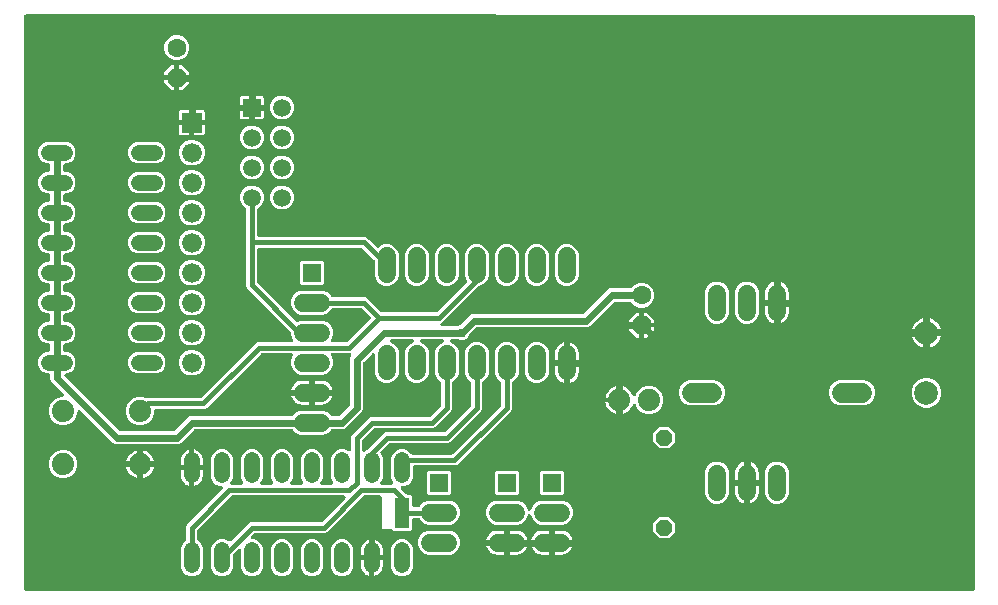
<source format=gbr>
G04 EAGLE Gerber RS-274X export*
G75*
%MOMM*%
%FSLAX34Y34*%
%LPD*%
%INBottom Copper*%
%IPPOS*%
%AMOC8*
5,1,8,0,0,1.08239X$1,22.5*%
G01*
%ADD10R,1.508000X1.508000*%
%ADD11C,1.508000*%
%ADD12R,1.524000X1.524000*%
%ADD13C,1.524000*%
%ADD14C,2.000000*%
%ADD15C,1.676400*%
%ADD16P,1.732040X8X292.500000*%
%ADD17C,1.600200*%
%ADD18C,1.498600*%
%ADD19R,1.676400X1.676400*%
%ADD20C,1.676400*%
%ADD21C,1.320800*%
%ADD22C,1.879600*%
%ADD23P,1.429621X8X112.500000*%
%ADD24R,1.270000X2.540000*%
%ADD25P,6.598249X8X22.500000*%
%ADD26C,0.609600*%
%ADD27C,0.508000*%
%ADD28C,0.756400*%
%ADD29C,0.406400*%

G36*
X813842Y10164D02*
X813842Y10164D01*
X813868Y10162D01*
X814015Y10184D01*
X814162Y10201D01*
X814187Y10209D01*
X814213Y10213D01*
X814351Y10268D01*
X814490Y10318D01*
X814512Y10332D01*
X814537Y10342D01*
X814658Y10427D01*
X814783Y10507D01*
X814801Y10526D01*
X814823Y10541D01*
X814922Y10651D01*
X815025Y10758D01*
X815039Y10780D01*
X815056Y10800D01*
X815128Y10930D01*
X815204Y11057D01*
X815212Y11082D01*
X815225Y11105D01*
X815265Y11248D01*
X815310Y11389D01*
X815312Y11415D01*
X815320Y11440D01*
X815339Y11684D01*
X815339Y496317D01*
X815336Y496343D01*
X815338Y496369D01*
X815316Y496517D01*
X815299Y496664D01*
X815291Y496688D01*
X815287Y496714D01*
X815232Y496852D01*
X815182Y496992D01*
X815168Y497014D01*
X815158Y497038D01*
X815074Y497160D01*
X814993Y497285D01*
X814974Y497303D01*
X814959Y497324D01*
X814849Y497423D01*
X814742Y497527D01*
X814720Y497540D01*
X814700Y497558D01*
X814571Y497629D01*
X814443Y497706D01*
X814418Y497714D01*
X814395Y497726D01*
X814252Y497767D01*
X814111Y497812D01*
X814085Y497814D01*
X814060Y497821D01*
X813816Y497841D01*
X11684Y497938D01*
X11658Y497935D01*
X11632Y497937D01*
X11485Y497915D01*
X11338Y497898D01*
X11313Y497889D01*
X11287Y497885D01*
X11149Y497831D01*
X11010Y497781D01*
X10988Y497766D01*
X10963Y497757D01*
X10842Y497672D01*
X10717Y497592D01*
X10699Y497573D01*
X10677Y497558D01*
X10578Y497448D01*
X10475Y497341D01*
X10461Y497318D01*
X10444Y497299D01*
X10372Y497169D01*
X10296Y497042D01*
X10288Y497017D01*
X10275Y496994D01*
X10235Y496851D01*
X10190Y496710D01*
X10188Y496684D01*
X10180Y496658D01*
X10161Y496415D01*
X10161Y11684D01*
X10164Y11658D01*
X10162Y11632D01*
X10184Y11485D01*
X10201Y11338D01*
X10209Y11313D01*
X10213Y11287D01*
X10268Y11149D01*
X10318Y11010D01*
X10332Y10988D01*
X10342Y10963D01*
X10427Y10842D01*
X10507Y10717D01*
X10526Y10699D01*
X10541Y10677D01*
X10651Y10578D01*
X10758Y10475D01*
X10780Y10461D01*
X10800Y10444D01*
X10930Y10372D01*
X11057Y10296D01*
X11082Y10288D01*
X11105Y10275D01*
X11248Y10235D01*
X11389Y10190D01*
X11415Y10188D01*
X11440Y10180D01*
X11684Y10161D01*
X813816Y10161D01*
X813842Y10164D01*
G37*
%LPC*%
G36*
X150581Y22351D02*
X150581Y22351D01*
X147220Y23744D01*
X144648Y26316D01*
X143255Y29677D01*
X143255Y46523D01*
X144647Y49884D01*
X147381Y52618D01*
X147460Y52717D01*
X147544Y52811D01*
X147568Y52853D01*
X147598Y52891D01*
X147652Y53005D01*
X147713Y53116D01*
X147726Y53162D01*
X147747Y53206D01*
X147773Y53329D01*
X147808Y53451D01*
X147813Y53512D01*
X147820Y53546D01*
X147819Y53595D01*
X147827Y53695D01*
X147827Y64410D01*
X148523Y66090D01*
X178384Y95951D01*
X178446Y96029D01*
X178516Y96102D01*
X178555Y96166D01*
X178601Y96224D01*
X178644Y96315D01*
X178695Y96401D01*
X178718Y96472D01*
X178750Y96539D01*
X178771Y96637D01*
X178801Y96733D01*
X178807Y96807D01*
X178823Y96880D01*
X178821Y96980D01*
X178829Y97080D01*
X178818Y97154D01*
X178817Y97228D01*
X178793Y97325D01*
X178778Y97425D01*
X178750Y97494D01*
X178732Y97566D01*
X178686Y97656D01*
X178649Y97749D01*
X178607Y97810D01*
X178572Y97876D01*
X178507Y97953D01*
X178450Y98035D01*
X178395Y98085D01*
X178347Y98141D01*
X178266Y98201D01*
X178191Y98268D01*
X178126Y98304D01*
X178066Y98349D01*
X177974Y98388D01*
X177886Y98437D01*
X177815Y98457D01*
X177746Y98487D01*
X177648Y98504D01*
X177551Y98532D01*
X177451Y98540D01*
X177403Y98548D01*
X177368Y98546D01*
X177307Y98551D01*
X175981Y98551D01*
X172620Y99944D01*
X170048Y102516D01*
X168655Y105877D01*
X168655Y122723D01*
X170048Y126084D01*
X172620Y128656D01*
X175981Y130049D01*
X179619Y130049D01*
X182980Y128656D01*
X185552Y126084D01*
X186945Y122723D01*
X186945Y105877D01*
X185553Y102516D01*
X185460Y102423D01*
X185397Y102345D01*
X185327Y102272D01*
X185289Y102208D01*
X185243Y102150D01*
X185200Y102059D01*
X185149Y101973D01*
X185126Y101902D01*
X185094Y101835D01*
X185073Y101737D01*
X185042Y101641D01*
X185036Y101567D01*
X185021Y101494D01*
X185022Y101394D01*
X185014Y101294D01*
X185025Y101220D01*
X185027Y101146D01*
X185051Y101048D01*
X185066Y100949D01*
X185094Y100880D01*
X185112Y100808D01*
X185158Y100719D01*
X185195Y100625D01*
X185237Y100564D01*
X185271Y100498D01*
X185337Y100421D01*
X185394Y100339D01*
X185449Y100289D01*
X185497Y100233D01*
X185578Y100173D01*
X185653Y100106D01*
X185718Y100070D01*
X185777Y100025D01*
X185870Y99986D01*
X185958Y99937D01*
X186029Y99917D01*
X186097Y99887D01*
X186196Y99870D01*
X186293Y99842D01*
X186393Y99834D01*
X186440Y99826D01*
X186476Y99828D01*
X186537Y99823D01*
X194463Y99823D01*
X194563Y99834D01*
X194663Y99836D01*
X194736Y99854D01*
X194809Y99863D01*
X194904Y99896D01*
X195001Y99921D01*
X195068Y99955D01*
X195138Y99980D01*
X195222Y100035D01*
X195311Y100081D01*
X195368Y100129D01*
X195430Y100169D01*
X195500Y100241D01*
X195577Y100306D01*
X195621Y100366D01*
X195673Y100420D01*
X195724Y100506D01*
X195784Y100587D01*
X195813Y100655D01*
X195851Y100719D01*
X195882Y100814D01*
X195922Y100907D01*
X195935Y100980D01*
X195958Y101051D01*
X195966Y101151D01*
X195983Y101250D01*
X195980Y101324D01*
X195986Y101398D01*
X195971Y101497D01*
X195966Y101598D01*
X195945Y101669D01*
X195934Y101743D01*
X195897Y101836D01*
X195869Y101933D01*
X195833Y101998D01*
X195805Y102067D01*
X195748Y102149D01*
X195699Y102237D01*
X195634Y102313D01*
X195606Y102353D01*
X195580Y102377D01*
X195540Y102423D01*
X195447Y102516D01*
X194055Y105877D01*
X194055Y122723D01*
X195448Y126084D01*
X198020Y128656D01*
X201381Y130049D01*
X205019Y130049D01*
X208380Y128656D01*
X210952Y126084D01*
X212345Y122723D01*
X212345Y105877D01*
X210953Y102516D01*
X210860Y102423D01*
X210797Y102345D01*
X210727Y102272D01*
X210689Y102208D01*
X210643Y102150D01*
X210600Y102059D01*
X210549Y101973D01*
X210526Y101902D01*
X210494Y101835D01*
X210473Y101737D01*
X210442Y101641D01*
X210436Y101567D01*
X210421Y101494D01*
X210422Y101394D01*
X210414Y101294D01*
X210425Y101220D01*
X210427Y101146D01*
X210451Y101048D01*
X210466Y100949D01*
X210494Y100880D01*
X210512Y100808D01*
X210558Y100719D01*
X210595Y100625D01*
X210637Y100564D01*
X210671Y100498D01*
X210737Y100421D01*
X210794Y100339D01*
X210849Y100289D01*
X210897Y100233D01*
X210978Y100173D01*
X211053Y100106D01*
X211118Y100070D01*
X211177Y100025D01*
X211270Y99986D01*
X211358Y99937D01*
X211429Y99917D01*
X211497Y99887D01*
X211596Y99870D01*
X211693Y99842D01*
X211793Y99834D01*
X211840Y99826D01*
X211876Y99828D01*
X211937Y99823D01*
X219863Y99823D01*
X219963Y99834D01*
X220063Y99836D01*
X220136Y99854D01*
X220209Y99863D01*
X220304Y99896D01*
X220401Y99921D01*
X220468Y99955D01*
X220538Y99980D01*
X220622Y100035D01*
X220711Y100081D01*
X220768Y100129D01*
X220830Y100169D01*
X220900Y100241D01*
X220977Y100306D01*
X221021Y100366D01*
X221073Y100420D01*
X221124Y100506D01*
X221184Y100587D01*
X221213Y100655D01*
X221251Y100719D01*
X221282Y100814D01*
X221322Y100907D01*
X221335Y100980D01*
X221358Y101051D01*
X221366Y101151D01*
X221383Y101250D01*
X221380Y101324D01*
X221386Y101398D01*
X221371Y101497D01*
X221366Y101598D01*
X221345Y101669D01*
X221334Y101743D01*
X221297Y101836D01*
X221269Y101933D01*
X221233Y101998D01*
X221205Y102067D01*
X221148Y102149D01*
X221099Y102237D01*
X221034Y102313D01*
X221006Y102353D01*
X220980Y102377D01*
X220940Y102423D01*
X220847Y102516D01*
X219455Y105877D01*
X219455Y122723D01*
X220848Y126084D01*
X223420Y128656D01*
X226781Y130049D01*
X230419Y130049D01*
X233780Y128656D01*
X236352Y126084D01*
X237745Y122723D01*
X237745Y105877D01*
X236353Y102516D01*
X236260Y102423D01*
X236197Y102345D01*
X236127Y102272D01*
X236089Y102208D01*
X236043Y102150D01*
X236000Y102059D01*
X235949Y101973D01*
X235926Y101902D01*
X235894Y101835D01*
X235873Y101737D01*
X235842Y101641D01*
X235836Y101567D01*
X235821Y101494D01*
X235822Y101394D01*
X235814Y101294D01*
X235825Y101220D01*
X235827Y101146D01*
X235851Y101048D01*
X235866Y100949D01*
X235894Y100880D01*
X235912Y100808D01*
X235958Y100719D01*
X235995Y100625D01*
X236037Y100564D01*
X236071Y100498D01*
X236137Y100421D01*
X236194Y100339D01*
X236249Y100289D01*
X236297Y100233D01*
X236378Y100173D01*
X236453Y100106D01*
X236518Y100070D01*
X236577Y100025D01*
X236670Y99986D01*
X236758Y99937D01*
X236829Y99917D01*
X236897Y99887D01*
X236996Y99870D01*
X237093Y99842D01*
X237193Y99834D01*
X237240Y99826D01*
X237276Y99828D01*
X237337Y99823D01*
X245263Y99823D01*
X245363Y99834D01*
X245463Y99836D01*
X245536Y99854D01*
X245609Y99863D01*
X245704Y99896D01*
X245801Y99921D01*
X245868Y99955D01*
X245938Y99980D01*
X246022Y100035D01*
X246111Y100081D01*
X246168Y100129D01*
X246230Y100169D01*
X246300Y100241D01*
X246377Y100306D01*
X246421Y100366D01*
X246473Y100420D01*
X246524Y100506D01*
X246584Y100587D01*
X246613Y100655D01*
X246651Y100719D01*
X246682Y100814D01*
X246722Y100907D01*
X246735Y100980D01*
X246758Y101051D01*
X246766Y101151D01*
X246783Y101250D01*
X246780Y101324D01*
X246786Y101398D01*
X246771Y101497D01*
X246766Y101598D01*
X246745Y101669D01*
X246734Y101743D01*
X246697Y101836D01*
X246669Y101933D01*
X246633Y101998D01*
X246605Y102067D01*
X246548Y102149D01*
X246499Y102237D01*
X246434Y102313D01*
X246406Y102353D01*
X246380Y102377D01*
X246340Y102423D01*
X246247Y102516D01*
X244855Y105877D01*
X244855Y122723D01*
X246248Y126084D01*
X248820Y128656D01*
X252181Y130049D01*
X255819Y130049D01*
X259180Y128656D01*
X261752Y126084D01*
X263145Y122723D01*
X263145Y105877D01*
X261753Y102516D01*
X261660Y102423D01*
X261597Y102345D01*
X261527Y102272D01*
X261489Y102208D01*
X261443Y102150D01*
X261400Y102059D01*
X261349Y101973D01*
X261326Y101902D01*
X261294Y101835D01*
X261273Y101737D01*
X261242Y101641D01*
X261236Y101567D01*
X261221Y101494D01*
X261222Y101394D01*
X261214Y101294D01*
X261225Y101220D01*
X261227Y101146D01*
X261251Y101048D01*
X261266Y100949D01*
X261294Y100880D01*
X261312Y100808D01*
X261358Y100719D01*
X261395Y100625D01*
X261437Y100564D01*
X261471Y100498D01*
X261537Y100421D01*
X261594Y100339D01*
X261649Y100289D01*
X261697Y100233D01*
X261778Y100173D01*
X261853Y100106D01*
X261918Y100070D01*
X261977Y100025D01*
X262070Y99986D01*
X262158Y99937D01*
X262229Y99917D01*
X262297Y99887D01*
X262396Y99870D01*
X262493Y99842D01*
X262593Y99834D01*
X262640Y99826D01*
X262676Y99828D01*
X262737Y99823D01*
X270663Y99823D01*
X270763Y99834D01*
X270863Y99836D01*
X270936Y99854D01*
X271009Y99863D01*
X271104Y99896D01*
X271201Y99921D01*
X271268Y99955D01*
X271338Y99980D01*
X271422Y100035D01*
X271511Y100081D01*
X271568Y100129D01*
X271630Y100169D01*
X271700Y100241D01*
X271777Y100306D01*
X271821Y100366D01*
X271873Y100420D01*
X271924Y100506D01*
X271984Y100587D01*
X272013Y100655D01*
X272051Y100719D01*
X272082Y100814D01*
X272122Y100907D01*
X272135Y100980D01*
X272158Y101051D01*
X272166Y101151D01*
X272183Y101250D01*
X272180Y101324D01*
X272186Y101398D01*
X272171Y101497D01*
X272166Y101598D01*
X272145Y101669D01*
X272134Y101743D01*
X272097Y101836D01*
X272069Y101933D01*
X272033Y101998D01*
X272005Y102067D01*
X271948Y102149D01*
X271899Y102237D01*
X271834Y102313D01*
X271806Y102353D01*
X271780Y102377D01*
X271740Y102423D01*
X271647Y102516D01*
X270255Y105877D01*
X270255Y122723D01*
X271648Y126084D01*
X274220Y128656D01*
X277581Y130049D01*
X281219Y130049D01*
X284580Y128657D01*
X284927Y128310D01*
X285005Y128247D01*
X285078Y128177D01*
X285142Y128139D01*
X285200Y128093D01*
X285291Y128050D01*
X285377Y127999D01*
X285448Y127976D01*
X285515Y127944D01*
X285613Y127923D01*
X285709Y127892D01*
X285783Y127886D01*
X285856Y127871D01*
X285956Y127872D01*
X286056Y127864D01*
X286130Y127875D01*
X286204Y127877D01*
X286301Y127901D01*
X286401Y127916D01*
X286470Y127944D01*
X286542Y127962D01*
X286631Y128008D01*
X286725Y128045D01*
X286786Y128087D01*
X286852Y128121D01*
X286929Y128187D01*
X287011Y128244D01*
X287061Y128299D01*
X287117Y128347D01*
X287177Y128428D01*
X287244Y128503D01*
X287280Y128568D01*
X287325Y128627D01*
X287364Y128720D01*
X287413Y128808D01*
X287433Y128879D01*
X287463Y128947D01*
X287480Y129046D01*
X287508Y129143D01*
X287516Y129243D01*
X287524Y129290D01*
X287522Y129326D01*
X287527Y129387D01*
X287527Y140610D01*
X288223Y142290D01*
X302210Y156277D01*
X303890Y156973D01*
X353075Y156973D01*
X353201Y156987D01*
X353327Y156994D01*
X353373Y157007D01*
X353421Y157013D01*
X353540Y157055D01*
X353662Y157090D01*
X353704Y157114D01*
X353749Y157130D01*
X353856Y157199D01*
X353966Y157260D01*
X354012Y157300D01*
X354042Y157319D01*
X354076Y157354D01*
X354152Y157419D01*
X363281Y166548D01*
X363360Y166647D01*
X363444Y166741D01*
X363468Y166783D01*
X363498Y166821D01*
X363552Y166935D01*
X363613Y167046D01*
X363626Y167092D01*
X363647Y167136D01*
X363673Y167259D01*
X363708Y167381D01*
X363713Y167442D01*
X363720Y167477D01*
X363719Y167525D01*
X363727Y167625D01*
X363727Y185723D01*
X363719Y185799D01*
X363720Y185875D01*
X363699Y185971D01*
X363687Y186069D01*
X363662Y186141D01*
X363645Y186216D01*
X363603Y186305D01*
X363570Y186397D01*
X363528Y186461D01*
X363496Y186530D01*
X363434Y186607D01*
X363381Y186690D01*
X363326Y186743D01*
X363278Y186803D01*
X363201Y186864D01*
X363130Y186932D01*
X363065Y186971D01*
X363005Y187019D01*
X362872Y187087D01*
X362831Y187111D01*
X362813Y187117D01*
X362787Y187130D01*
X362616Y187201D01*
X359794Y190023D01*
X358266Y193711D01*
X358266Y212689D01*
X359794Y216377D01*
X362616Y219199D01*
X364745Y220081D01*
X364789Y220105D01*
X364836Y220122D01*
X364940Y220190D01*
X365049Y220250D01*
X365087Y220284D01*
X365129Y220311D01*
X365215Y220401D01*
X365307Y220484D01*
X365336Y220526D01*
X365371Y220562D01*
X365435Y220669D01*
X365506Y220771D01*
X365524Y220818D01*
X365550Y220861D01*
X365588Y220979D01*
X365633Y221095D01*
X365641Y221145D01*
X365656Y221193D01*
X365666Y221317D01*
X365684Y221440D01*
X365680Y221490D01*
X365684Y221540D01*
X365666Y221663D01*
X365655Y221787D01*
X365640Y221835D01*
X365632Y221885D01*
X365586Y222001D01*
X365548Y222119D01*
X365522Y222162D01*
X365504Y222209D01*
X365433Y222311D01*
X365369Y222417D01*
X365333Y222454D01*
X365305Y222495D01*
X365212Y222578D01*
X365126Y222667D01*
X365083Y222695D01*
X365046Y222728D01*
X364937Y222788D01*
X364832Y222856D01*
X364785Y222873D01*
X364741Y222897D01*
X364621Y222931D01*
X364504Y222972D01*
X364454Y222978D01*
X364405Y222992D01*
X364162Y223011D01*
X347038Y223011D01*
X346988Y223006D01*
X346938Y223008D01*
X346816Y222986D01*
X346692Y222971D01*
X346645Y222954D01*
X346595Y222945D01*
X346481Y222896D01*
X346364Y222854D01*
X346322Y222827D01*
X346276Y222807D01*
X346176Y222732D01*
X346071Y222665D01*
X346036Y222629D01*
X345996Y222599D01*
X345915Y222504D01*
X345829Y222414D01*
X345803Y222371D01*
X345771Y222333D01*
X345714Y222222D01*
X345650Y222115D01*
X345635Y222067D01*
X345612Y222022D01*
X345582Y221902D01*
X345544Y221783D01*
X345540Y221733D01*
X345528Y221684D01*
X345526Y221560D01*
X345516Y221436D01*
X345523Y221386D01*
X345523Y221336D01*
X345549Y221214D01*
X345568Y221091D01*
X345586Y221044D01*
X345597Y220995D01*
X345650Y220883D01*
X345696Y220767D01*
X345725Y220726D01*
X345747Y220680D01*
X345824Y220583D01*
X345895Y220481D01*
X345933Y220447D01*
X345964Y220408D01*
X346062Y220331D01*
X346154Y220248D01*
X346198Y220223D01*
X346238Y220192D01*
X346455Y220081D01*
X348584Y219199D01*
X351406Y216377D01*
X352934Y212689D01*
X352934Y193711D01*
X351406Y190023D01*
X348584Y187201D01*
X344896Y185673D01*
X340904Y185673D01*
X337216Y187201D01*
X334394Y190023D01*
X332866Y193711D01*
X332866Y212689D01*
X334394Y216377D01*
X337216Y219199D01*
X339345Y220081D01*
X339389Y220105D01*
X339436Y220122D01*
X339541Y220190D01*
X339649Y220250D01*
X339686Y220284D01*
X339729Y220311D01*
X339815Y220401D01*
X339907Y220484D01*
X339936Y220526D01*
X339971Y220562D01*
X340035Y220669D01*
X340106Y220771D01*
X340124Y220818D01*
X340150Y220861D01*
X340188Y220979D01*
X340233Y221095D01*
X340241Y221145D01*
X340256Y221193D01*
X340266Y221317D01*
X340284Y221440D01*
X340280Y221490D01*
X340284Y221540D01*
X340266Y221663D01*
X340255Y221787D01*
X340240Y221835D01*
X340232Y221885D01*
X340186Y222000D01*
X340148Y222119D01*
X340122Y222162D01*
X340104Y222209D01*
X340033Y222311D01*
X339969Y222417D01*
X339933Y222454D01*
X339905Y222495D01*
X339812Y222578D01*
X339726Y222667D01*
X339683Y222695D01*
X339646Y222728D01*
X339537Y222788D01*
X339432Y222856D01*
X339385Y222873D01*
X339341Y222897D01*
X339221Y222931D01*
X339104Y222972D01*
X339054Y222978D01*
X339005Y222992D01*
X338762Y223011D01*
X321638Y223011D01*
X321588Y223006D01*
X321538Y223008D01*
X321416Y222986D01*
X321292Y222971D01*
X321245Y222954D01*
X321195Y222945D01*
X321081Y222896D01*
X320964Y222854D01*
X320922Y222827D01*
X320876Y222807D01*
X320776Y222732D01*
X320671Y222665D01*
X320636Y222629D01*
X320596Y222599D01*
X320515Y222504D01*
X320429Y222414D01*
X320403Y222371D01*
X320371Y222333D01*
X320314Y222222D01*
X320250Y222115D01*
X320235Y222067D01*
X320212Y222022D01*
X320182Y221902D01*
X320144Y221783D01*
X320140Y221733D01*
X320128Y221684D01*
X320126Y221560D01*
X320116Y221436D01*
X320123Y221386D01*
X320123Y221336D01*
X320149Y221214D01*
X320168Y221091D01*
X320186Y221044D01*
X320197Y220995D01*
X320250Y220883D01*
X320296Y220767D01*
X320325Y220726D01*
X320347Y220680D01*
X320424Y220583D01*
X320495Y220481D01*
X320533Y220447D01*
X320564Y220408D01*
X320662Y220331D01*
X320754Y220248D01*
X320798Y220223D01*
X320838Y220192D01*
X321055Y220081D01*
X323184Y219199D01*
X326006Y216377D01*
X327534Y212689D01*
X327534Y193711D01*
X326006Y190023D01*
X323184Y187201D01*
X319496Y185673D01*
X315504Y185673D01*
X311816Y187201D01*
X308994Y190023D01*
X307466Y193711D01*
X307466Y209525D01*
X307455Y209625D01*
X307453Y209725D01*
X307435Y209797D01*
X307426Y209871D01*
X307393Y209966D01*
X307368Y210063D01*
X307334Y210129D01*
X307309Y210199D01*
X307254Y210284D01*
X307208Y210373D01*
X307160Y210430D01*
X307120Y210492D01*
X307048Y210562D01*
X306983Y210639D01*
X306923Y210683D01*
X306869Y210734D01*
X306783Y210786D01*
X306702Y210846D01*
X306634Y210875D01*
X306570Y210913D01*
X306474Y210944D01*
X306382Y210984D01*
X306309Y210997D01*
X306238Y211020D01*
X306138Y211028D01*
X306039Y211045D01*
X305965Y211042D01*
X305891Y211048D01*
X305791Y211033D01*
X305691Y211027D01*
X305620Y211007D01*
X305546Y210996D01*
X305453Y210959D01*
X305356Y210931D01*
X305291Y210895D01*
X305222Y210867D01*
X305140Y210810D01*
X305052Y210761D01*
X304976Y210696D01*
X304936Y210668D01*
X304912Y210642D01*
X304866Y210602D01*
X298135Y203871D01*
X298056Y203772D01*
X297972Y203678D01*
X297948Y203636D01*
X297918Y203598D01*
X297864Y203484D01*
X297803Y203373D01*
X297790Y203327D01*
X297769Y203283D01*
X297743Y203160D01*
X297708Y203038D01*
X297703Y202977D01*
X297696Y202942D01*
X297697Y202894D01*
X297689Y202794D01*
X297689Y163988D01*
X296838Y161934D01*
X282566Y147662D01*
X280512Y146811D01*
X271032Y146811D01*
X270906Y146797D01*
X270780Y146790D01*
X270733Y146777D01*
X270685Y146771D01*
X270566Y146729D01*
X270445Y146694D01*
X270403Y146670D01*
X270357Y146654D01*
X270251Y146585D01*
X270141Y146524D01*
X270095Y146484D01*
X270065Y146465D01*
X270031Y146430D01*
X269955Y146365D01*
X267376Y143786D01*
X263641Y142239D01*
X244359Y142239D01*
X240624Y143786D01*
X238045Y146365D01*
X237946Y146444D01*
X237853Y146528D01*
X237810Y146552D01*
X237772Y146582D01*
X237658Y146636D01*
X237548Y146697D01*
X237501Y146710D01*
X237457Y146731D01*
X237334Y146757D01*
X237212Y146792D01*
X237151Y146797D01*
X237117Y146804D01*
X237069Y146803D01*
X236968Y146811D01*
X155346Y146811D01*
X155220Y146797D01*
X155094Y146790D01*
X155048Y146777D01*
X155000Y146771D01*
X154881Y146729D01*
X154759Y146694D01*
X154717Y146670D01*
X154672Y146654D01*
X154565Y146585D01*
X154455Y146524D01*
X154409Y146484D01*
X154379Y146465D01*
X154345Y146430D01*
X154269Y146365D01*
X144652Y136749D01*
X144652Y136748D01*
X142866Y134962D01*
X140812Y134111D01*
X87788Y134111D01*
X85734Y134962D01*
X58227Y162469D01*
X58149Y162532D01*
X58076Y162601D01*
X58012Y162640D01*
X57954Y162686D01*
X57863Y162729D01*
X57777Y162780D01*
X57706Y162803D01*
X57639Y162835D01*
X57541Y162856D01*
X57445Y162887D01*
X57371Y162893D01*
X57298Y162908D01*
X57198Y162906D01*
X57098Y162915D01*
X57024Y162903D01*
X56950Y162902D01*
X56853Y162878D01*
X56753Y162863D01*
X56684Y162835D01*
X56612Y162817D01*
X56522Y162771D01*
X56429Y162734D01*
X56368Y162692D01*
X56302Y162658D01*
X56225Y162592D01*
X56143Y162535D01*
X56093Y162480D01*
X56037Y162432D01*
X55977Y162351D01*
X55910Y162276D01*
X55874Y162211D01*
X55829Y162151D01*
X55790Y162059D01*
X55741Y161971D01*
X55721Y161900D01*
X55691Y161831D01*
X55674Y161733D01*
X55646Y161636D01*
X55638Y161536D01*
X55630Y161488D01*
X55632Y161453D01*
X55627Y161392D01*
X55627Y159931D01*
X53809Y155543D01*
X50451Y152185D01*
X46063Y150367D01*
X41313Y150367D01*
X36925Y152185D01*
X33567Y155543D01*
X31749Y159931D01*
X31749Y164681D01*
X33567Y169069D01*
X36925Y172427D01*
X41313Y174245D01*
X42774Y174245D01*
X42874Y174256D01*
X42974Y174258D01*
X43046Y174276D01*
X43120Y174285D01*
X43215Y174318D01*
X43312Y174343D01*
X43378Y174377D01*
X43448Y174402D01*
X43533Y174457D01*
X43622Y174503D01*
X43679Y174551D01*
X43741Y174591D01*
X43811Y174663D01*
X43888Y174728D01*
X43932Y174788D01*
X43983Y174842D01*
X44035Y174928D01*
X44095Y175009D01*
X44124Y175077D01*
X44162Y175141D01*
X44193Y175237D01*
X44233Y175329D01*
X44246Y175402D01*
X44269Y175473D01*
X44277Y175573D01*
X44294Y175672D01*
X44291Y175746D01*
X44297Y175820D01*
X44282Y175920D01*
X44276Y176020D01*
X44256Y176091D01*
X44245Y176165D01*
X44208Y176258D01*
X44180Y176355D01*
X44144Y176420D01*
X44116Y176489D01*
X44059Y176571D01*
X44010Y176659D01*
X43945Y176735D01*
X43917Y176775D01*
X43891Y176799D01*
X43851Y176845D01*
X35148Y185548D01*
X33362Y187334D01*
X32511Y189388D01*
X32511Y192532D01*
X32508Y192558D01*
X32510Y192584D01*
X32488Y192731D01*
X32471Y192878D01*
X32463Y192903D01*
X32459Y192929D01*
X32404Y193067D01*
X32354Y193206D01*
X32340Y193228D01*
X32330Y193253D01*
X32245Y193374D01*
X32165Y193499D01*
X32146Y193517D01*
X32131Y193539D01*
X32021Y193638D01*
X31914Y193741D01*
X31892Y193755D01*
X31872Y193772D01*
X31742Y193844D01*
X31615Y193920D01*
X31590Y193928D01*
X31567Y193941D01*
X31424Y193981D01*
X31283Y194026D01*
X31257Y194028D01*
X31232Y194036D01*
X30988Y194055D01*
X29677Y194055D01*
X26316Y195448D01*
X23744Y198020D01*
X22351Y201381D01*
X22351Y205019D01*
X23744Y208380D01*
X26316Y210952D01*
X29677Y212345D01*
X30988Y212345D01*
X31014Y212348D01*
X31040Y212346D01*
X31187Y212368D01*
X31334Y212385D01*
X31359Y212393D01*
X31385Y212397D01*
X31523Y212452D01*
X31662Y212502D01*
X31684Y212516D01*
X31709Y212526D01*
X31830Y212611D01*
X31955Y212691D01*
X31973Y212710D01*
X31995Y212725D01*
X32094Y212835D01*
X32197Y212942D01*
X32211Y212964D01*
X32228Y212984D01*
X32300Y213114D01*
X32376Y213241D01*
X32384Y213266D01*
X32397Y213289D01*
X32437Y213432D01*
X32482Y213573D01*
X32484Y213599D01*
X32492Y213624D01*
X32511Y213868D01*
X32511Y217932D01*
X32508Y217958D01*
X32510Y217984D01*
X32488Y218131D01*
X32471Y218278D01*
X32463Y218303D01*
X32459Y218329D01*
X32404Y218467D01*
X32354Y218606D01*
X32340Y218628D01*
X32330Y218653D01*
X32245Y218774D01*
X32165Y218899D01*
X32146Y218917D01*
X32131Y218939D01*
X32021Y219038D01*
X31914Y219141D01*
X31892Y219155D01*
X31872Y219172D01*
X31742Y219244D01*
X31615Y219320D01*
X31590Y219328D01*
X31567Y219341D01*
X31424Y219381D01*
X31283Y219426D01*
X31257Y219428D01*
X31232Y219436D01*
X30988Y219455D01*
X29677Y219455D01*
X26316Y220848D01*
X23744Y223420D01*
X22351Y226781D01*
X22351Y230419D01*
X23744Y233780D01*
X26316Y236352D01*
X29677Y237745D01*
X30988Y237745D01*
X31014Y237748D01*
X31040Y237746D01*
X31187Y237768D01*
X31334Y237785D01*
X31359Y237793D01*
X31385Y237797D01*
X31523Y237852D01*
X31662Y237902D01*
X31684Y237916D01*
X31709Y237926D01*
X31830Y238011D01*
X31955Y238091D01*
X31973Y238110D01*
X31995Y238125D01*
X32094Y238235D01*
X32197Y238342D01*
X32211Y238364D01*
X32228Y238384D01*
X32300Y238514D01*
X32376Y238641D01*
X32384Y238666D01*
X32397Y238689D01*
X32437Y238832D01*
X32482Y238973D01*
X32484Y238999D01*
X32492Y239024D01*
X32511Y239268D01*
X32511Y243332D01*
X32508Y243358D01*
X32510Y243384D01*
X32488Y243531D01*
X32471Y243678D01*
X32463Y243703D01*
X32459Y243729D01*
X32404Y243867D01*
X32354Y244006D01*
X32340Y244028D01*
X32330Y244053D01*
X32245Y244174D01*
X32165Y244299D01*
X32146Y244317D01*
X32131Y244339D01*
X32021Y244438D01*
X31914Y244541D01*
X31892Y244555D01*
X31872Y244572D01*
X31742Y244644D01*
X31615Y244720D01*
X31590Y244728D01*
X31567Y244741D01*
X31424Y244781D01*
X31283Y244826D01*
X31257Y244828D01*
X31232Y244836D01*
X30988Y244855D01*
X29677Y244855D01*
X26316Y246248D01*
X23744Y248820D01*
X22351Y252181D01*
X22351Y255819D01*
X23744Y259180D01*
X26316Y261752D01*
X29677Y263145D01*
X30988Y263145D01*
X31014Y263148D01*
X31040Y263146D01*
X31187Y263168D01*
X31334Y263185D01*
X31359Y263193D01*
X31385Y263197D01*
X31523Y263252D01*
X31662Y263302D01*
X31684Y263316D01*
X31709Y263326D01*
X31830Y263411D01*
X31955Y263491D01*
X31973Y263510D01*
X31995Y263525D01*
X32094Y263635D01*
X32197Y263742D01*
X32211Y263764D01*
X32228Y263784D01*
X32300Y263914D01*
X32376Y264041D01*
X32384Y264066D01*
X32397Y264089D01*
X32437Y264232D01*
X32482Y264373D01*
X32484Y264399D01*
X32492Y264424D01*
X32511Y264668D01*
X32511Y268732D01*
X32508Y268758D01*
X32510Y268784D01*
X32488Y268931D01*
X32471Y269078D01*
X32463Y269103D01*
X32459Y269129D01*
X32404Y269267D01*
X32354Y269406D01*
X32340Y269428D01*
X32330Y269453D01*
X32245Y269574D01*
X32165Y269699D01*
X32146Y269717D01*
X32131Y269739D01*
X32021Y269838D01*
X31914Y269941D01*
X31892Y269955D01*
X31872Y269972D01*
X31742Y270044D01*
X31615Y270120D01*
X31590Y270128D01*
X31567Y270141D01*
X31424Y270181D01*
X31283Y270226D01*
X31257Y270228D01*
X31232Y270236D01*
X30988Y270255D01*
X29677Y270255D01*
X26316Y271648D01*
X23744Y274220D01*
X22351Y277581D01*
X22351Y281219D01*
X23744Y284580D01*
X26316Y287152D01*
X29677Y288545D01*
X30988Y288545D01*
X31014Y288548D01*
X31040Y288546D01*
X31187Y288568D01*
X31334Y288585D01*
X31359Y288593D01*
X31385Y288597D01*
X31523Y288652D01*
X31662Y288702D01*
X31684Y288716D01*
X31709Y288726D01*
X31830Y288811D01*
X31955Y288891D01*
X31973Y288910D01*
X31995Y288925D01*
X32094Y289035D01*
X32197Y289142D01*
X32211Y289164D01*
X32228Y289184D01*
X32300Y289314D01*
X32376Y289441D01*
X32384Y289466D01*
X32397Y289489D01*
X32437Y289632D01*
X32482Y289773D01*
X32484Y289799D01*
X32492Y289824D01*
X32511Y290068D01*
X32511Y294132D01*
X32508Y294158D01*
X32510Y294184D01*
X32488Y294331D01*
X32471Y294478D01*
X32463Y294503D01*
X32459Y294529D01*
X32404Y294667D01*
X32354Y294806D01*
X32340Y294828D01*
X32330Y294853D01*
X32245Y294974D01*
X32165Y295099D01*
X32146Y295117D01*
X32131Y295139D01*
X32021Y295238D01*
X31914Y295341D01*
X31892Y295355D01*
X31872Y295372D01*
X31742Y295444D01*
X31615Y295520D01*
X31590Y295528D01*
X31567Y295541D01*
X31424Y295581D01*
X31283Y295626D01*
X31257Y295628D01*
X31232Y295636D01*
X30988Y295655D01*
X29677Y295655D01*
X26316Y297048D01*
X23744Y299620D01*
X22351Y302981D01*
X22351Y306619D01*
X23744Y309980D01*
X26316Y312552D01*
X29677Y313945D01*
X30988Y313945D01*
X31014Y313948D01*
X31040Y313946D01*
X31187Y313968D01*
X31334Y313985D01*
X31359Y313993D01*
X31385Y313997D01*
X31523Y314052D01*
X31662Y314102D01*
X31684Y314116D01*
X31709Y314126D01*
X31830Y314211D01*
X31955Y314291D01*
X31973Y314310D01*
X31995Y314325D01*
X32094Y314435D01*
X32197Y314542D01*
X32211Y314564D01*
X32228Y314584D01*
X32300Y314714D01*
X32376Y314841D01*
X32384Y314866D01*
X32397Y314889D01*
X32437Y315032D01*
X32482Y315173D01*
X32484Y315199D01*
X32492Y315224D01*
X32511Y315468D01*
X32511Y319532D01*
X32508Y319558D01*
X32510Y319584D01*
X32488Y319731D01*
X32471Y319878D01*
X32463Y319903D01*
X32459Y319929D01*
X32404Y320067D01*
X32354Y320206D01*
X32340Y320228D01*
X32330Y320253D01*
X32245Y320374D01*
X32165Y320499D01*
X32146Y320517D01*
X32131Y320539D01*
X32021Y320638D01*
X31914Y320741D01*
X31892Y320755D01*
X31872Y320772D01*
X31742Y320844D01*
X31615Y320920D01*
X31590Y320928D01*
X31567Y320941D01*
X31424Y320981D01*
X31283Y321026D01*
X31257Y321028D01*
X31232Y321036D01*
X30988Y321055D01*
X29677Y321055D01*
X26316Y322448D01*
X23744Y325020D01*
X22351Y328381D01*
X22351Y332019D01*
X23744Y335380D01*
X26316Y337952D01*
X29677Y339345D01*
X30988Y339345D01*
X31014Y339348D01*
X31040Y339346D01*
X31187Y339368D01*
X31334Y339385D01*
X31359Y339393D01*
X31385Y339397D01*
X31523Y339452D01*
X31662Y339502D01*
X31684Y339516D01*
X31709Y339526D01*
X31830Y339611D01*
X31955Y339691D01*
X31973Y339710D01*
X31995Y339725D01*
X32094Y339835D01*
X32197Y339942D01*
X32211Y339964D01*
X32228Y339984D01*
X32300Y340114D01*
X32376Y340241D01*
X32384Y340266D01*
X32397Y340289D01*
X32437Y340432D01*
X32482Y340573D01*
X32484Y340599D01*
X32492Y340624D01*
X32511Y340868D01*
X32511Y344932D01*
X32508Y344958D01*
X32510Y344984D01*
X32488Y345131D01*
X32471Y345278D01*
X32463Y345303D01*
X32459Y345329D01*
X32404Y345467D01*
X32354Y345606D01*
X32340Y345628D01*
X32330Y345653D01*
X32245Y345774D01*
X32165Y345899D01*
X32146Y345917D01*
X32131Y345939D01*
X32021Y346038D01*
X31914Y346141D01*
X31892Y346155D01*
X31872Y346172D01*
X31742Y346244D01*
X31615Y346320D01*
X31590Y346328D01*
X31567Y346341D01*
X31424Y346381D01*
X31283Y346426D01*
X31257Y346428D01*
X31232Y346436D01*
X30988Y346455D01*
X29677Y346455D01*
X26316Y347848D01*
X23744Y350420D01*
X22351Y353781D01*
X22351Y357419D01*
X23744Y360780D01*
X26316Y363352D01*
X29677Y364745D01*
X30988Y364745D01*
X31014Y364748D01*
X31040Y364746D01*
X31187Y364768D01*
X31334Y364785D01*
X31359Y364793D01*
X31385Y364797D01*
X31523Y364852D01*
X31662Y364902D01*
X31684Y364916D01*
X31709Y364926D01*
X31830Y365011D01*
X31955Y365091D01*
X31973Y365110D01*
X31995Y365125D01*
X32094Y365235D01*
X32197Y365342D01*
X32211Y365364D01*
X32228Y365384D01*
X32300Y365514D01*
X32376Y365641D01*
X32384Y365666D01*
X32397Y365689D01*
X32437Y365832D01*
X32482Y365973D01*
X32484Y365999D01*
X32492Y366024D01*
X32511Y366268D01*
X32511Y370332D01*
X32508Y370358D01*
X32510Y370384D01*
X32488Y370531D01*
X32471Y370678D01*
X32463Y370703D01*
X32459Y370729D01*
X32404Y370867D01*
X32354Y371006D01*
X32340Y371028D01*
X32330Y371053D01*
X32245Y371174D01*
X32165Y371299D01*
X32146Y371317D01*
X32131Y371339D01*
X32021Y371438D01*
X31914Y371541D01*
X31892Y371555D01*
X31872Y371572D01*
X31742Y371644D01*
X31615Y371720D01*
X31590Y371728D01*
X31567Y371741D01*
X31424Y371781D01*
X31283Y371826D01*
X31257Y371828D01*
X31232Y371836D01*
X30988Y371855D01*
X29677Y371855D01*
X26316Y373248D01*
X23744Y375820D01*
X22351Y379181D01*
X22351Y382819D01*
X23744Y386180D01*
X26316Y388752D01*
X29677Y390145D01*
X46523Y390145D01*
X49884Y388752D01*
X52456Y386180D01*
X53849Y382819D01*
X53849Y379181D01*
X52456Y375820D01*
X49884Y373248D01*
X46523Y371855D01*
X45212Y371855D01*
X45186Y371852D01*
X45160Y371854D01*
X45013Y371832D01*
X44866Y371815D01*
X44841Y371807D01*
X44815Y371803D01*
X44677Y371748D01*
X44538Y371698D01*
X44516Y371684D01*
X44491Y371674D01*
X44370Y371589D01*
X44245Y371509D01*
X44227Y371490D01*
X44205Y371475D01*
X44106Y371365D01*
X44003Y371258D01*
X43989Y371236D01*
X43972Y371216D01*
X43900Y371086D01*
X43824Y370959D01*
X43816Y370934D01*
X43803Y370911D01*
X43763Y370768D01*
X43718Y370627D01*
X43716Y370601D01*
X43708Y370576D01*
X43689Y370332D01*
X43689Y366268D01*
X43692Y366242D01*
X43690Y366216D01*
X43712Y366069D01*
X43729Y365922D01*
X43737Y365897D01*
X43741Y365871D01*
X43796Y365733D01*
X43846Y365594D01*
X43860Y365572D01*
X43870Y365547D01*
X43955Y365426D01*
X44035Y365301D01*
X44054Y365283D01*
X44069Y365261D01*
X44179Y365162D01*
X44286Y365059D01*
X44308Y365045D01*
X44328Y365028D01*
X44458Y364956D01*
X44585Y364880D01*
X44610Y364872D01*
X44633Y364859D01*
X44776Y364819D01*
X44917Y364774D01*
X44943Y364772D01*
X44968Y364764D01*
X45212Y364745D01*
X46523Y364745D01*
X49884Y363352D01*
X52456Y360780D01*
X53849Y357419D01*
X53849Y353781D01*
X52456Y350420D01*
X49884Y347848D01*
X46523Y346455D01*
X45212Y346455D01*
X45186Y346452D01*
X45160Y346454D01*
X45013Y346432D01*
X44866Y346415D01*
X44841Y346407D01*
X44815Y346403D01*
X44677Y346348D01*
X44538Y346298D01*
X44516Y346284D01*
X44491Y346274D01*
X44370Y346189D01*
X44245Y346109D01*
X44227Y346090D01*
X44205Y346075D01*
X44106Y345965D01*
X44003Y345858D01*
X43989Y345836D01*
X43972Y345816D01*
X43900Y345686D01*
X43824Y345559D01*
X43816Y345534D01*
X43803Y345511D01*
X43763Y345368D01*
X43718Y345227D01*
X43716Y345201D01*
X43708Y345176D01*
X43689Y344932D01*
X43689Y340868D01*
X43692Y340842D01*
X43690Y340816D01*
X43712Y340669D01*
X43729Y340522D01*
X43737Y340497D01*
X43741Y340471D01*
X43796Y340333D01*
X43846Y340194D01*
X43860Y340172D01*
X43870Y340147D01*
X43955Y340026D01*
X44035Y339901D01*
X44054Y339883D01*
X44069Y339861D01*
X44179Y339762D01*
X44286Y339659D01*
X44308Y339645D01*
X44328Y339628D01*
X44458Y339556D01*
X44585Y339480D01*
X44610Y339472D01*
X44633Y339459D01*
X44776Y339419D01*
X44917Y339374D01*
X44943Y339372D01*
X44968Y339364D01*
X45212Y339345D01*
X46523Y339345D01*
X49884Y337952D01*
X52456Y335380D01*
X53849Y332019D01*
X53849Y328381D01*
X52456Y325020D01*
X49884Y322448D01*
X46523Y321055D01*
X45212Y321055D01*
X45186Y321052D01*
X45160Y321054D01*
X45013Y321032D01*
X44866Y321015D01*
X44841Y321007D01*
X44815Y321003D01*
X44677Y320948D01*
X44538Y320898D01*
X44516Y320884D01*
X44491Y320874D01*
X44370Y320789D01*
X44245Y320709D01*
X44227Y320690D01*
X44205Y320675D01*
X44106Y320565D01*
X44003Y320458D01*
X43989Y320436D01*
X43972Y320416D01*
X43900Y320286D01*
X43824Y320159D01*
X43816Y320134D01*
X43803Y320111D01*
X43763Y319968D01*
X43718Y319827D01*
X43716Y319801D01*
X43708Y319776D01*
X43689Y319532D01*
X43689Y315468D01*
X43692Y315442D01*
X43690Y315416D01*
X43712Y315269D01*
X43729Y315122D01*
X43737Y315097D01*
X43741Y315071D01*
X43796Y314933D01*
X43846Y314794D01*
X43860Y314772D01*
X43870Y314747D01*
X43955Y314626D01*
X44035Y314501D01*
X44054Y314483D01*
X44069Y314461D01*
X44179Y314362D01*
X44286Y314259D01*
X44308Y314245D01*
X44328Y314228D01*
X44458Y314156D01*
X44585Y314080D01*
X44610Y314072D01*
X44633Y314059D01*
X44776Y314019D01*
X44917Y313974D01*
X44943Y313972D01*
X44968Y313964D01*
X45212Y313945D01*
X46523Y313945D01*
X49884Y312552D01*
X52456Y309980D01*
X53849Y306619D01*
X53849Y302981D01*
X52456Y299620D01*
X49884Y297048D01*
X46523Y295655D01*
X45212Y295655D01*
X45186Y295652D01*
X45160Y295654D01*
X45013Y295632D01*
X44866Y295615D01*
X44841Y295607D01*
X44815Y295603D01*
X44677Y295548D01*
X44538Y295498D01*
X44516Y295484D01*
X44491Y295474D01*
X44370Y295389D01*
X44245Y295309D01*
X44227Y295290D01*
X44205Y295275D01*
X44106Y295165D01*
X44003Y295058D01*
X43989Y295036D01*
X43972Y295016D01*
X43900Y294886D01*
X43824Y294759D01*
X43816Y294734D01*
X43803Y294711D01*
X43763Y294568D01*
X43718Y294427D01*
X43716Y294401D01*
X43708Y294376D01*
X43689Y294132D01*
X43689Y290068D01*
X43692Y290042D01*
X43690Y290016D01*
X43712Y289869D01*
X43729Y289722D01*
X43737Y289697D01*
X43741Y289671D01*
X43796Y289533D01*
X43846Y289394D01*
X43860Y289372D01*
X43870Y289347D01*
X43955Y289226D01*
X44035Y289101D01*
X44054Y289083D01*
X44069Y289061D01*
X44179Y288962D01*
X44286Y288859D01*
X44308Y288845D01*
X44328Y288828D01*
X44458Y288756D01*
X44585Y288680D01*
X44610Y288672D01*
X44633Y288659D01*
X44776Y288619D01*
X44917Y288574D01*
X44943Y288572D01*
X44968Y288564D01*
X45212Y288545D01*
X46523Y288545D01*
X49884Y287152D01*
X52456Y284580D01*
X53849Y281219D01*
X53849Y277581D01*
X52456Y274220D01*
X49884Y271648D01*
X46523Y270255D01*
X45212Y270255D01*
X45186Y270252D01*
X45160Y270254D01*
X45013Y270232D01*
X44866Y270215D01*
X44841Y270207D01*
X44815Y270203D01*
X44677Y270148D01*
X44538Y270098D01*
X44516Y270084D01*
X44491Y270074D01*
X44370Y269989D01*
X44245Y269909D01*
X44227Y269890D01*
X44205Y269875D01*
X44106Y269765D01*
X44003Y269658D01*
X43989Y269636D01*
X43972Y269616D01*
X43900Y269486D01*
X43824Y269359D01*
X43816Y269334D01*
X43803Y269311D01*
X43763Y269168D01*
X43718Y269027D01*
X43716Y269001D01*
X43708Y268976D01*
X43689Y268732D01*
X43689Y264668D01*
X43692Y264642D01*
X43690Y264616D01*
X43712Y264469D01*
X43729Y264322D01*
X43737Y264297D01*
X43741Y264271D01*
X43796Y264133D01*
X43846Y263994D01*
X43860Y263972D01*
X43870Y263947D01*
X43955Y263826D01*
X44035Y263701D01*
X44054Y263683D01*
X44069Y263661D01*
X44179Y263562D01*
X44286Y263459D01*
X44308Y263445D01*
X44328Y263428D01*
X44458Y263356D01*
X44585Y263280D01*
X44610Y263272D01*
X44633Y263259D01*
X44776Y263219D01*
X44917Y263174D01*
X44943Y263172D01*
X44968Y263164D01*
X45212Y263145D01*
X46523Y263145D01*
X49884Y261752D01*
X52456Y259180D01*
X53849Y255819D01*
X53849Y252181D01*
X52456Y248820D01*
X49884Y246248D01*
X46523Y244855D01*
X45212Y244855D01*
X45186Y244852D01*
X45160Y244854D01*
X45013Y244832D01*
X44866Y244815D01*
X44841Y244807D01*
X44815Y244803D01*
X44677Y244748D01*
X44538Y244698D01*
X44516Y244684D01*
X44491Y244674D01*
X44370Y244589D01*
X44245Y244509D01*
X44227Y244490D01*
X44205Y244475D01*
X44106Y244365D01*
X44003Y244258D01*
X43989Y244236D01*
X43972Y244216D01*
X43900Y244086D01*
X43824Y243959D01*
X43816Y243934D01*
X43803Y243911D01*
X43763Y243768D01*
X43718Y243627D01*
X43716Y243601D01*
X43708Y243576D01*
X43689Y243332D01*
X43689Y239268D01*
X43692Y239242D01*
X43690Y239216D01*
X43712Y239069D01*
X43729Y238922D01*
X43737Y238897D01*
X43741Y238871D01*
X43796Y238733D01*
X43846Y238594D01*
X43860Y238572D01*
X43870Y238547D01*
X43955Y238426D01*
X44035Y238301D01*
X44054Y238283D01*
X44069Y238261D01*
X44179Y238162D01*
X44286Y238059D01*
X44308Y238045D01*
X44328Y238028D01*
X44458Y237956D01*
X44585Y237880D01*
X44610Y237872D01*
X44633Y237859D01*
X44776Y237819D01*
X44917Y237774D01*
X44943Y237772D01*
X44968Y237764D01*
X45212Y237745D01*
X46523Y237745D01*
X49884Y236352D01*
X52456Y233780D01*
X53849Y230419D01*
X53849Y226781D01*
X52456Y223420D01*
X49884Y220848D01*
X46523Y219455D01*
X45212Y219455D01*
X45186Y219452D01*
X45160Y219454D01*
X45013Y219432D01*
X44866Y219415D01*
X44841Y219407D01*
X44815Y219403D01*
X44677Y219348D01*
X44538Y219298D01*
X44516Y219284D01*
X44491Y219274D01*
X44370Y219189D01*
X44245Y219109D01*
X44227Y219090D01*
X44205Y219075D01*
X44106Y218965D01*
X44003Y218858D01*
X43989Y218836D01*
X43972Y218816D01*
X43900Y218686D01*
X43824Y218559D01*
X43816Y218534D01*
X43803Y218511D01*
X43763Y218368D01*
X43718Y218227D01*
X43716Y218201D01*
X43708Y218176D01*
X43689Y217932D01*
X43689Y213868D01*
X43692Y213842D01*
X43690Y213816D01*
X43712Y213669D01*
X43729Y213522D01*
X43737Y213497D01*
X43741Y213471D01*
X43796Y213333D01*
X43846Y213194D01*
X43860Y213172D01*
X43870Y213147D01*
X43955Y213026D01*
X44035Y212901D01*
X44054Y212883D01*
X44069Y212861D01*
X44179Y212762D01*
X44286Y212659D01*
X44308Y212645D01*
X44328Y212628D01*
X44458Y212556D01*
X44585Y212480D01*
X44610Y212472D01*
X44633Y212459D01*
X44776Y212419D01*
X44917Y212374D01*
X44943Y212372D01*
X44968Y212364D01*
X45212Y212345D01*
X46523Y212345D01*
X49884Y210952D01*
X52456Y208380D01*
X53849Y205019D01*
X53849Y201381D01*
X52456Y198020D01*
X49884Y195448D01*
X46523Y194055D01*
X46126Y194055D01*
X46026Y194044D01*
X45926Y194042D01*
X45854Y194024D01*
X45780Y194015D01*
X45685Y193982D01*
X45588Y193957D01*
X45522Y193923D01*
X45452Y193898D01*
X45367Y193843D01*
X45278Y193797D01*
X45221Y193749D01*
X45159Y193709D01*
X45089Y193637D01*
X45012Y193572D01*
X44968Y193512D01*
X44917Y193458D01*
X44865Y193372D01*
X44805Y193291D01*
X44776Y193223D01*
X44738Y193159D01*
X44707Y193063D01*
X44667Y192971D01*
X44654Y192898D01*
X44631Y192827D01*
X44623Y192727D01*
X44606Y192628D01*
X44609Y192554D01*
X44603Y192480D01*
X44618Y192380D01*
X44624Y192280D01*
X44644Y192209D01*
X44655Y192135D01*
X44692Y192042D01*
X44720Y191945D01*
X44756Y191880D01*
X44784Y191811D01*
X44841Y191729D01*
X44890Y191641D01*
X44955Y191564D01*
X44983Y191525D01*
X45009Y191501D01*
X45049Y191455D01*
X90769Y145735D01*
X90868Y145656D01*
X90962Y145572D01*
X91004Y145548D01*
X91042Y145518D01*
X91156Y145464D01*
X91267Y145403D01*
X91313Y145390D01*
X91357Y145369D01*
X91480Y145343D01*
X91602Y145308D01*
X91663Y145303D01*
X91698Y145296D01*
X91746Y145297D01*
X91846Y145289D01*
X136754Y145289D01*
X136880Y145303D01*
X137006Y145310D01*
X137052Y145323D01*
X137100Y145329D01*
X137219Y145371D01*
X137341Y145406D01*
X137383Y145430D01*
X137428Y145446D01*
X137535Y145515D01*
X137645Y145576D01*
X137691Y145616D01*
X137721Y145635D01*
X137755Y145670D01*
X137831Y145735D01*
X147448Y155351D01*
X147448Y155352D01*
X149234Y157138D01*
X151288Y157989D01*
X236968Y157989D01*
X237094Y158003D01*
X237220Y158010D01*
X237267Y158023D01*
X237315Y158029D01*
X237433Y158071D01*
X237555Y158106D01*
X237597Y158130D01*
X237643Y158146D01*
X237749Y158215D01*
X237859Y158276D01*
X237905Y158316D01*
X237935Y158335D01*
X237969Y158370D01*
X238045Y158435D01*
X240624Y161014D01*
X244359Y162561D01*
X263641Y162561D01*
X267376Y161014D01*
X269955Y158435D01*
X270054Y158356D01*
X270147Y158272D01*
X270190Y158248D01*
X270228Y158218D01*
X270342Y158164D01*
X270452Y158103D01*
X270499Y158090D01*
X270543Y158069D01*
X270666Y158043D01*
X270788Y158008D01*
X270849Y158003D01*
X270883Y157996D01*
X270931Y157997D01*
X271032Y157989D01*
X276454Y157989D01*
X276580Y158003D01*
X276706Y158010D01*
X276752Y158023D01*
X276800Y158029D01*
X276919Y158071D01*
X277041Y158106D01*
X277083Y158130D01*
X277128Y158146D01*
X277235Y158215D01*
X277345Y158276D01*
X277391Y158316D01*
X277421Y158335D01*
X277455Y158370D01*
X277531Y158435D01*
X286065Y166969D01*
X286144Y167068D01*
X286228Y167162D01*
X286252Y167204D01*
X286282Y167242D01*
X286336Y167356D01*
X286397Y167467D01*
X286410Y167513D01*
X286431Y167557D01*
X286457Y167680D01*
X286492Y167802D01*
X286497Y167863D01*
X286504Y167898D01*
X286503Y167946D01*
X286511Y168046D01*
X286511Y206852D01*
X287410Y209022D01*
X287443Y209090D01*
X287494Y209177D01*
X287517Y209247D01*
X287549Y209314D01*
X287570Y209413D01*
X287601Y209509D01*
X287606Y209583D01*
X287622Y209655D01*
X287620Y209756D01*
X287629Y209856D01*
X287618Y209929D01*
X287616Y210004D01*
X287592Y210101D01*
X287577Y210201D01*
X287549Y210270D01*
X287531Y210342D01*
X287485Y210431D01*
X287448Y210525D01*
X287406Y210586D01*
X287372Y210651D01*
X287307Y210728D01*
X287249Y210811D01*
X287194Y210860D01*
X287146Y210917D01*
X287065Y210977D01*
X286990Y211044D01*
X286926Y211080D01*
X286866Y211124D01*
X286774Y211164D01*
X286685Y211213D01*
X286614Y211233D01*
X286546Y211262D01*
X286447Y211280D01*
X286350Y211308D01*
X286250Y211316D01*
X286203Y211324D01*
X286167Y211322D01*
X286106Y211327D01*
X271531Y211327D01*
X271382Y211310D01*
X271232Y211298D01*
X271209Y211290D01*
X271185Y211287D01*
X271044Y211237D01*
X270900Y211191D01*
X270880Y211178D01*
X270857Y211170D01*
X270730Y211088D01*
X270602Y211011D01*
X270584Y210994D01*
X270564Y210981D01*
X270459Y210872D01*
X270352Y210768D01*
X270339Y210748D01*
X270322Y210730D01*
X270245Y210601D01*
X270164Y210475D01*
X270155Y210452D01*
X270143Y210431D01*
X270097Y210288D01*
X270047Y210146D01*
X270044Y210122D01*
X270037Y210099D01*
X270025Y209950D01*
X270008Y209800D01*
X270011Y209776D01*
X270009Y209752D01*
X270031Y209603D01*
X270049Y209454D01*
X270058Y209426D01*
X270061Y209407D01*
X270078Y209363D01*
X270124Y209221D01*
X271781Y205221D01*
X271781Y201179D01*
X270234Y197444D01*
X267376Y194586D01*
X263641Y193039D01*
X244359Y193039D01*
X240624Y194586D01*
X237766Y197444D01*
X236219Y201179D01*
X236219Y205221D01*
X237876Y209221D01*
X237918Y209366D01*
X237963Y209509D01*
X237965Y209533D01*
X237972Y209556D01*
X237979Y209706D01*
X237991Y209856D01*
X237988Y209880D01*
X237989Y209904D01*
X237962Y210052D01*
X237939Y210201D01*
X237931Y210223D01*
X237926Y210247D01*
X237866Y210385D01*
X237811Y210525D01*
X237797Y210545D01*
X237787Y210567D01*
X237698Y210688D01*
X237612Y210811D01*
X237594Y210827D01*
X237579Y210847D01*
X237465Y210944D01*
X237353Y211044D01*
X237332Y211056D01*
X237313Y211072D01*
X237180Y211140D01*
X237048Y211213D01*
X237025Y211219D01*
X237003Y211230D01*
X236858Y211267D01*
X236713Y211308D01*
X236683Y211310D01*
X236665Y211315D01*
X236618Y211315D01*
X236469Y211327D01*
X212075Y211327D01*
X211949Y211313D01*
X211823Y211306D01*
X211777Y211293D01*
X211729Y211287D01*
X211610Y211245D01*
X211488Y211210D01*
X211446Y211186D01*
X211401Y211170D01*
X211294Y211101D01*
X211184Y211040D01*
X211138Y211000D01*
X211108Y210981D01*
X211074Y210946D01*
X210998Y210881D01*
X164896Y164779D01*
X163216Y164083D01*
X122174Y164083D01*
X122148Y164080D01*
X122122Y164082D01*
X121975Y164060D01*
X121828Y164043D01*
X121803Y164035D01*
X121777Y164031D01*
X121639Y163976D01*
X121500Y163926D01*
X121478Y163912D01*
X121453Y163902D01*
X121332Y163817D01*
X121207Y163737D01*
X121189Y163718D01*
X121167Y163703D01*
X121068Y163593D01*
X120965Y163486D01*
X120951Y163464D01*
X120934Y163444D01*
X120862Y163314D01*
X120786Y163187D01*
X120778Y163162D01*
X120765Y163139D01*
X120725Y162996D01*
X120680Y162855D01*
X120678Y162829D01*
X120670Y162804D01*
X120651Y162560D01*
X120651Y159931D01*
X118833Y155543D01*
X115475Y152185D01*
X111087Y150367D01*
X106337Y150367D01*
X101949Y152185D01*
X98591Y155543D01*
X96773Y159931D01*
X96773Y164681D01*
X98591Y169069D01*
X101949Y172427D01*
X106337Y174245D01*
X111087Y174245D01*
X113263Y173343D01*
X113389Y173307D01*
X113514Y173264D01*
X113557Y173259D01*
X113598Y173248D01*
X113642Y173245D01*
X113840Y173229D01*
X113860Y173227D01*
X113871Y173229D01*
X159781Y173229D01*
X159907Y173243D01*
X160033Y173250D01*
X160079Y173263D01*
X160127Y173269D01*
X160246Y173311D01*
X160368Y173346D01*
X160410Y173370D01*
X160455Y173386D01*
X160562Y173455D01*
X160672Y173516D01*
X160718Y173556D01*
X160748Y173575D01*
X160782Y173610D01*
X160858Y173675D01*
X205459Y218276D01*
X206960Y219777D01*
X208640Y220473D01*
X236469Y220473D01*
X236618Y220490D01*
X236768Y220502D01*
X236791Y220510D01*
X236815Y220513D01*
X236956Y220563D01*
X237100Y220609D01*
X237120Y220622D01*
X237143Y220630D01*
X237270Y220712D01*
X237398Y220789D01*
X237416Y220806D01*
X237436Y220819D01*
X237541Y220928D01*
X237648Y221032D01*
X237661Y221052D01*
X237678Y221070D01*
X237755Y221199D01*
X237836Y221325D01*
X237845Y221348D01*
X237857Y221369D01*
X237903Y221512D01*
X237953Y221654D01*
X237956Y221678D01*
X237963Y221701D01*
X237975Y221850D01*
X237992Y222000D01*
X237989Y222024D01*
X237991Y222048D01*
X237969Y222197D01*
X237951Y222346D01*
X237942Y222374D01*
X237939Y222393D01*
X237922Y222437D01*
X237876Y222579D01*
X236219Y226579D01*
X236219Y228558D01*
X236205Y228683D01*
X236198Y228809D01*
X236185Y228856D01*
X236179Y228904D01*
X236137Y229023D01*
X236102Y229144D01*
X236078Y229186D01*
X236062Y229232D01*
X235993Y229338D01*
X235932Y229448D01*
X235892Y229495D01*
X235873Y229525D01*
X235838Y229558D01*
X235773Y229635D01*
X199323Y266084D01*
X198627Y267765D01*
X198627Y332865D01*
X198619Y332941D01*
X198620Y333017D01*
X198599Y333113D01*
X198587Y333211D01*
X198562Y333283D01*
X198545Y333358D01*
X198503Y333447D01*
X198470Y333539D01*
X198428Y333603D01*
X198396Y333673D01*
X198334Y333750D01*
X198281Y333832D01*
X198226Y333885D01*
X198178Y333945D01*
X198101Y334006D01*
X198030Y334074D01*
X197965Y334114D01*
X197905Y334161D01*
X197772Y334229D01*
X197731Y334253D01*
X197713Y334259D01*
X197687Y334272D01*
X197490Y334354D01*
X194654Y337190D01*
X193119Y340895D01*
X193119Y344905D01*
X194654Y348610D01*
X197490Y351446D01*
X201195Y352981D01*
X205205Y352981D01*
X208910Y351446D01*
X211746Y348610D01*
X213281Y344905D01*
X213281Y340895D01*
X211746Y337190D01*
X208910Y334354D01*
X208713Y334272D01*
X208646Y334235D01*
X208575Y334207D01*
X208495Y334151D01*
X208408Y334103D01*
X208352Y334052D01*
X208289Y334008D01*
X208223Y333935D01*
X208150Y333869D01*
X208107Y333806D01*
X208056Y333749D01*
X208008Y333663D01*
X207952Y333582D01*
X207924Y333511D01*
X207887Y333444D01*
X207860Y333350D01*
X207824Y333258D01*
X207813Y333182D01*
X207792Y333109D01*
X207780Y332960D01*
X207773Y332913D01*
X207775Y332894D01*
X207773Y332865D01*
X207773Y310998D01*
X207776Y310972D01*
X207774Y310946D01*
X207796Y310799D01*
X207813Y310652D01*
X207821Y310627D01*
X207825Y310601D01*
X207880Y310463D01*
X207930Y310323D01*
X207944Y310301D01*
X207954Y310277D01*
X208039Y310156D01*
X208119Y310031D01*
X208138Y310012D01*
X208153Y309991D01*
X208263Y309892D01*
X208370Y309788D01*
X208392Y309775D01*
X208412Y309757D01*
X208542Y309686D01*
X208669Y309610D01*
X208694Y309602D01*
X208717Y309589D01*
X208860Y309549D01*
X209001Y309503D01*
X209027Y309501D01*
X209052Y309494D01*
X209296Y309475D01*
X299258Y309475D01*
X300938Y308778D01*
X302439Y307278D01*
X308815Y300902D01*
X308835Y300886D01*
X308852Y300866D01*
X308972Y300777D01*
X309088Y300685D01*
X309112Y300674D01*
X309133Y300658D01*
X309269Y300600D01*
X309403Y300536D01*
X309429Y300531D01*
X309453Y300520D01*
X309599Y300494D01*
X309744Y300463D01*
X309770Y300463D01*
X309796Y300459D01*
X309944Y300466D01*
X310092Y300469D01*
X310118Y300475D01*
X310144Y300477D01*
X310286Y300518D01*
X310430Y300554D01*
X310454Y300566D01*
X310479Y300573D01*
X310608Y300645D01*
X310740Y300714D01*
X310760Y300731D01*
X310783Y300743D01*
X310969Y300902D01*
X311816Y301749D01*
X315504Y303277D01*
X319496Y303277D01*
X323184Y301749D01*
X326006Y298927D01*
X327534Y295239D01*
X327534Y276261D01*
X326006Y272573D01*
X323184Y269751D01*
X319496Y268223D01*
X315504Y268223D01*
X311816Y269751D01*
X308994Y272573D01*
X307466Y276261D01*
X307466Y288686D01*
X307452Y288812D01*
X307445Y288938D01*
X307432Y288984D01*
X307426Y289032D01*
X307384Y289151D01*
X307349Y289273D01*
X307325Y289315D01*
X307309Y289360D01*
X307240Y289467D01*
X307179Y289577D01*
X307139Y289623D01*
X307120Y289653D01*
X307085Y289687D01*
X307020Y289763D01*
X296900Y299883D01*
X296801Y299961D01*
X296707Y300046D01*
X296665Y300070D01*
X296627Y300100D01*
X296513Y300154D01*
X296402Y300215D01*
X296356Y300228D01*
X296312Y300248D01*
X296189Y300275D01*
X296067Y300309D01*
X296006Y300314D01*
X295971Y300322D01*
X295923Y300321D01*
X295823Y300329D01*
X209296Y300329D01*
X209270Y300326D01*
X209244Y300328D01*
X209097Y300306D01*
X208950Y300289D01*
X208925Y300280D01*
X208899Y300276D01*
X208761Y300222D01*
X208622Y300172D01*
X208600Y300157D01*
X208575Y300148D01*
X208454Y300063D01*
X208329Y299983D01*
X208311Y299964D01*
X208289Y299949D01*
X208190Y299839D01*
X208087Y299732D01*
X208073Y299709D01*
X208056Y299690D01*
X207984Y299560D01*
X207908Y299433D01*
X207900Y299408D01*
X207887Y299385D01*
X207847Y299242D01*
X207802Y299101D01*
X207800Y299075D01*
X207792Y299050D01*
X207773Y298806D01*
X207773Y271200D01*
X207787Y271074D01*
X207794Y270948D01*
X207807Y270902D01*
X207813Y270854D01*
X207855Y270735D01*
X207890Y270613D01*
X207914Y270571D01*
X207930Y270525D01*
X207999Y270419D01*
X208060Y270309D01*
X208100Y270263D01*
X208119Y270233D01*
X208154Y270199D01*
X208219Y270123D01*
X240261Y238081D01*
X240320Y238033D01*
X240374Y237979D01*
X240456Y237926D01*
X240534Y237864D01*
X240603Y237832D01*
X240667Y237790D01*
X240760Y237757D01*
X240849Y237715D01*
X240923Y237699D01*
X240995Y237674D01*
X241093Y237663D01*
X241189Y237642D01*
X241266Y237643D01*
X241342Y237635D01*
X241440Y237646D01*
X241538Y237648D01*
X241612Y237667D01*
X241688Y237676D01*
X241830Y237721D01*
X241876Y237733D01*
X241893Y237742D01*
X241921Y237751D01*
X244359Y238761D01*
X263641Y238761D01*
X267376Y237214D01*
X270234Y234356D01*
X271781Y230621D01*
X271781Y226579D01*
X270124Y222579D01*
X270082Y222434D01*
X270037Y222291D01*
X270035Y222267D01*
X270028Y222244D01*
X270021Y222093D01*
X270009Y221944D01*
X270012Y221920D01*
X270011Y221896D01*
X270038Y221748D01*
X270061Y221599D01*
X270069Y221577D01*
X270074Y221553D01*
X270134Y221414D01*
X270189Y221275D01*
X270203Y221255D01*
X270213Y221233D01*
X270302Y221112D01*
X270388Y220989D01*
X270406Y220973D01*
X270421Y220953D01*
X270535Y220856D01*
X270647Y220756D01*
X270668Y220744D01*
X270687Y220728D01*
X270820Y220660D01*
X270952Y220587D01*
X270975Y220581D01*
X270997Y220570D01*
X271142Y220533D01*
X271287Y220492D01*
X271317Y220490D01*
X271335Y220485D01*
X271382Y220485D01*
X271531Y220473D01*
X283225Y220473D01*
X283351Y220487D01*
X283477Y220494D01*
X283523Y220507D01*
X283571Y220513D01*
X283690Y220555D01*
X283812Y220590D01*
X283854Y220614D01*
X283899Y220630D01*
X284006Y220699D01*
X284116Y220760D01*
X284162Y220800D01*
X284192Y220819D01*
X284226Y220854D01*
X284302Y220919D01*
X303606Y240223D01*
X303622Y240243D01*
X303642Y240260D01*
X303731Y240380D01*
X303823Y240496D01*
X303834Y240520D01*
X303850Y240541D01*
X303908Y240677D01*
X303972Y240811D01*
X303977Y240837D01*
X303988Y240861D01*
X304014Y241007D01*
X304045Y241152D01*
X304045Y241178D01*
X304049Y241204D01*
X304042Y241352D01*
X304039Y241500D01*
X304033Y241526D01*
X304031Y241552D01*
X303990Y241694D01*
X303954Y241838D01*
X303942Y241861D01*
X303935Y241887D01*
X303862Y242016D01*
X303794Y242148D01*
X303777Y242168D01*
X303765Y242191D01*
X303606Y242377D01*
X297002Y248981D01*
X296903Y249060D01*
X296809Y249144D01*
X296767Y249168D01*
X296729Y249198D01*
X296615Y249252D01*
X296504Y249313D01*
X296458Y249326D01*
X296414Y249347D01*
X296291Y249373D01*
X296169Y249408D01*
X296108Y249413D01*
X296073Y249420D01*
X296025Y249419D01*
X295925Y249427D01*
X271742Y249427D01*
X271666Y249419D01*
X271589Y249420D01*
X271493Y249399D01*
X271395Y249387D01*
X271323Y249362D01*
X271249Y249345D01*
X271160Y249303D01*
X271067Y249270D01*
X271003Y249228D01*
X270934Y249196D01*
X270857Y249134D01*
X270774Y249081D01*
X270721Y249026D01*
X270662Y248978D01*
X270601Y248901D01*
X270532Y248830D01*
X270493Y248765D01*
X270446Y248705D01*
X270378Y248572D01*
X270353Y248531D01*
X270348Y248513D01*
X270334Y248487D01*
X270234Y248244D01*
X267376Y245386D01*
X263641Y243839D01*
X244359Y243839D01*
X240624Y245386D01*
X237766Y248244D01*
X236219Y251979D01*
X236219Y256021D01*
X237766Y259756D01*
X240624Y262614D01*
X244359Y264161D01*
X263641Y264161D01*
X267376Y262614D01*
X270234Y259756D01*
X270334Y259513D01*
X270371Y259446D01*
X270400Y259375D01*
X270456Y259294D01*
X270504Y259208D01*
X270555Y259152D01*
X270599Y259089D01*
X270672Y259023D01*
X270738Y258950D01*
X270801Y258907D01*
X270857Y258856D01*
X270944Y258808D01*
X271024Y258752D01*
X271095Y258724D01*
X271162Y258687D01*
X271257Y258660D01*
X271349Y258624D01*
X271424Y258613D01*
X271498Y258592D01*
X271647Y258580D01*
X271693Y258573D01*
X271713Y258575D01*
X271742Y258573D01*
X299360Y258573D01*
X301040Y257877D01*
X312598Y246319D01*
X312697Y246240D01*
X312791Y246156D01*
X312833Y246132D01*
X312871Y246102D01*
X312985Y246048D01*
X313096Y245987D01*
X313142Y245974D01*
X313186Y245953D01*
X313309Y245927D01*
X313431Y245892D01*
X313492Y245887D01*
X313527Y245880D01*
X313575Y245881D01*
X313675Y245873D01*
X359425Y245873D01*
X359551Y245887D01*
X359677Y245894D01*
X359723Y245907D01*
X359771Y245913D01*
X359890Y245955D01*
X360012Y245990D01*
X360054Y246014D01*
X360099Y246030D01*
X360206Y246099D01*
X360316Y246160D01*
X360362Y246200D01*
X360392Y246219D01*
X360426Y246254D01*
X360502Y246319D01*
X384932Y270749D01*
X384979Y270809D01*
X385034Y270862D01*
X385087Y270945D01*
X385148Y271022D01*
X385181Y271091D01*
X385222Y271155D01*
X385255Y271248D01*
X385297Y271337D01*
X385313Y271411D01*
X385339Y271483D01*
X385350Y271581D01*
X385371Y271677D01*
X385369Y271754D01*
X385378Y271830D01*
X385366Y271928D01*
X385365Y272026D01*
X385346Y272100D01*
X385337Y272176D01*
X385291Y272318D01*
X385280Y272364D01*
X385271Y272381D01*
X385262Y272409D01*
X383666Y276261D01*
X383666Y295239D01*
X385194Y298927D01*
X388016Y301749D01*
X391704Y303277D01*
X395696Y303277D01*
X399384Y301749D01*
X402206Y298927D01*
X403734Y295239D01*
X403734Y276261D01*
X402206Y272573D01*
X399384Y269751D01*
X395476Y268132D01*
X395384Y268106D01*
X395342Y268082D01*
X395297Y268066D01*
X395190Y267997D01*
X395080Y267936D01*
X395034Y267896D01*
X395004Y267877D01*
X394970Y267842D01*
X394894Y267777D01*
X366041Y238924D01*
X364540Y237423D01*
X363806Y237119D01*
X363762Y237095D01*
X363715Y237078D01*
X363610Y237010D01*
X363501Y236950D01*
X363464Y236916D01*
X363422Y236889D01*
X363335Y236799D01*
X363243Y236716D01*
X363215Y236674D01*
X363180Y236638D01*
X363116Y236531D01*
X363045Y236429D01*
X363027Y236382D01*
X363001Y236339D01*
X362963Y236221D01*
X362917Y236105D01*
X362910Y236055D01*
X362894Y236007D01*
X362885Y235883D01*
X362866Y235760D01*
X362871Y235710D01*
X362867Y235660D01*
X362885Y235537D01*
X362895Y235413D01*
X362911Y235365D01*
X362918Y235315D01*
X362964Y235199D01*
X363002Y235081D01*
X363028Y235038D01*
X363047Y234991D01*
X363118Y234889D01*
X363182Y234783D01*
X363217Y234746D01*
X363246Y234705D01*
X363338Y234622D01*
X363425Y234533D01*
X363467Y234505D01*
X363505Y234472D01*
X363613Y234412D01*
X363718Y234344D01*
X363766Y234327D01*
X363810Y234303D01*
X363929Y234269D01*
X364047Y234228D01*
X364097Y234222D01*
X364145Y234208D01*
X364389Y234189D01*
X377667Y234189D01*
X377669Y234189D01*
X377671Y234189D01*
X377845Y234209D01*
X378014Y234229D01*
X378015Y234229D01*
X378017Y234230D01*
X378250Y234305D01*
X378911Y234578D01*
X378912Y234579D01*
X378914Y234580D01*
X379065Y234664D01*
X379215Y234747D01*
X379217Y234749D01*
X379218Y234750D01*
X379405Y234908D01*
X387994Y243498D01*
X390048Y244349D01*
X483464Y244349D01*
X483590Y244363D01*
X483716Y244370D01*
X483762Y244383D01*
X483810Y244389D01*
X483929Y244431D01*
X484051Y244466D01*
X484093Y244490D01*
X484138Y244506D01*
X484245Y244575D01*
X484355Y244636D01*
X484401Y244676D01*
X484431Y244695D01*
X484465Y244730D01*
X484541Y244795D01*
X504834Y265088D01*
X506888Y265939D01*
X523450Y265939D01*
X523575Y265953D01*
X523701Y265960D01*
X523748Y265973D01*
X523796Y265979D01*
X523915Y266021D01*
X524036Y266056D01*
X524078Y266080D01*
X524124Y266096D01*
X524230Y266165D01*
X524340Y266226D01*
X524387Y266266D01*
X524417Y266285D01*
X524450Y266320D01*
X524527Y266385D01*
X527429Y269287D01*
X531303Y270892D01*
X535497Y270892D01*
X539371Y269287D01*
X542337Y266321D01*
X543942Y262447D01*
X543942Y258253D01*
X542337Y254379D01*
X539371Y251413D01*
X535497Y249808D01*
X531303Y249808D01*
X527429Y251413D01*
X524527Y254315D01*
X524428Y254394D01*
X524334Y254478D01*
X524291Y254502D01*
X524254Y254532D01*
X524139Y254586D01*
X524029Y254647D01*
X523982Y254660D01*
X523939Y254681D01*
X523815Y254707D01*
X523693Y254742D01*
X523633Y254747D01*
X523598Y254754D01*
X523550Y254753D01*
X523450Y254761D01*
X510946Y254761D01*
X510820Y254747D01*
X510694Y254740D01*
X510648Y254727D01*
X510600Y254721D01*
X510481Y254679D01*
X510359Y254644D01*
X510317Y254620D01*
X510272Y254604D01*
X510165Y254535D01*
X510055Y254474D01*
X510009Y254434D01*
X509979Y254415D01*
X509945Y254380D01*
X509869Y254315D01*
X489576Y234022D01*
X487522Y233171D01*
X394106Y233171D01*
X393980Y233157D01*
X393854Y233150D01*
X393808Y233137D01*
X393760Y233131D01*
X393641Y233089D01*
X393519Y233054D01*
X393477Y233030D01*
X393432Y233014D01*
X393325Y232945D01*
X393215Y232884D01*
X393169Y232844D01*
X393139Y232825D01*
X393105Y232790D01*
X393029Y232725D01*
X387308Y227005D01*
X387307Y227003D01*
X387306Y227002D01*
X387193Y226859D01*
X387092Y226732D01*
X387091Y226730D01*
X387090Y226728D01*
X386978Y226511D01*
X386360Y225018D01*
X384582Y223240D01*
X382258Y222277D01*
X379742Y222277D01*
X378250Y222895D01*
X378248Y222896D01*
X378246Y222897D01*
X378085Y222943D01*
X377915Y222991D01*
X377913Y222991D01*
X377911Y222992D01*
X377667Y223011D01*
X372438Y223011D01*
X372388Y223006D01*
X372338Y223008D01*
X372216Y222986D01*
X372092Y222971D01*
X372045Y222954D01*
X371995Y222945D01*
X371881Y222896D01*
X371764Y222854D01*
X371722Y222827D01*
X371675Y222806D01*
X371576Y222732D01*
X371471Y222665D01*
X371436Y222629D01*
X371396Y222599D01*
X371315Y222504D01*
X371229Y222414D01*
X371203Y222371D01*
X371171Y222333D01*
X371114Y222222D01*
X371050Y222115D01*
X371035Y222067D01*
X371012Y222022D01*
X370982Y221902D01*
X370944Y221783D01*
X370940Y221733D01*
X370928Y221684D01*
X370926Y221560D01*
X370916Y221436D01*
X370923Y221386D01*
X370923Y221336D01*
X370949Y221214D01*
X370968Y221091D01*
X370986Y221044D01*
X370997Y220995D01*
X371050Y220883D01*
X371096Y220767D01*
X371125Y220726D01*
X371147Y220680D01*
X371224Y220583D01*
X371295Y220481D01*
X371333Y220447D01*
X371364Y220408D01*
X371462Y220331D01*
X371554Y220248D01*
X371598Y220223D01*
X371638Y220192D01*
X371855Y220081D01*
X373984Y219199D01*
X376806Y216377D01*
X378334Y212689D01*
X378334Y193711D01*
X376806Y190023D01*
X373984Y187201D01*
X373813Y187130D01*
X373746Y187093D01*
X373675Y187065D01*
X373594Y187009D01*
X373509Y186961D01*
X373452Y186910D01*
X373389Y186866D01*
X373323Y186793D01*
X373250Y186727D01*
X373207Y186664D01*
X373156Y186607D01*
X373108Y186521D01*
X373052Y186440D01*
X373024Y186369D01*
X372987Y186302D01*
X372960Y186207D01*
X372924Y186116D01*
X372913Y186040D01*
X372892Y185967D01*
X372880Y185818D01*
X372873Y185771D01*
X372875Y185752D01*
X372873Y185723D01*
X372873Y164190D01*
X372177Y162510D01*
X358190Y148523D01*
X356510Y147827D01*
X307325Y147827D01*
X307199Y147813D01*
X307073Y147806D01*
X307027Y147793D01*
X306979Y147787D01*
X306860Y147745D01*
X306738Y147710D01*
X306696Y147686D01*
X306651Y147670D01*
X306544Y147601D01*
X306434Y147540D01*
X306388Y147500D01*
X306358Y147481D01*
X306324Y147446D01*
X306248Y147381D01*
X297119Y138252D01*
X297040Y138153D01*
X296956Y138059D01*
X296932Y138017D01*
X296902Y137979D01*
X296848Y137865D01*
X296787Y137754D01*
X296774Y137708D01*
X296753Y137664D01*
X296727Y137541D01*
X296692Y137419D01*
X296687Y137358D01*
X296680Y137323D01*
X296681Y137275D01*
X296673Y137175D01*
X296673Y129387D01*
X296684Y129287D01*
X296686Y129187D01*
X296704Y129114D01*
X296713Y129041D01*
X296747Y128946D01*
X296771Y128849D01*
X296805Y128783D01*
X296830Y128712D01*
X296885Y128628D01*
X296931Y128539D01*
X296979Y128482D01*
X297019Y128420D01*
X297091Y128350D01*
X297156Y128273D01*
X297216Y128229D01*
X297270Y128177D01*
X297356Y128126D01*
X297437Y128066D01*
X297505Y128037D01*
X297569Y127999D01*
X297664Y127968D01*
X297757Y127928D01*
X297830Y127915D01*
X297901Y127892D01*
X298001Y127884D01*
X298100Y127867D01*
X298174Y127870D01*
X298248Y127864D01*
X298347Y127879D01*
X298448Y127884D01*
X298519Y127905D01*
X298593Y127916D01*
X298686Y127953D01*
X298783Y127981D01*
X298848Y128017D01*
X298917Y128045D01*
X298999Y128102D01*
X299087Y128151D01*
X299163Y128216D01*
X299203Y128244D01*
X299227Y128270D01*
X299273Y128310D01*
X299620Y128657D01*
X300144Y128873D01*
X300254Y128935D01*
X300368Y128989D01*
X300406Y129019D01*
X300448Y129043D01*
X300542Y129128D01*
X300641Y129207D01*
X300671Y129244D01*
X300706Y129277D01*
X300778Y129381D01*
X300857Y129480D01*
X300884Y129534D01*
X300905Y129564D01*
X300910Y129577D01*
X314910Y143577D01*
X316590Y144273D01*
X365775Y144273D01*
X365901Y144287D01*
X366027Y144294D01*
X366073Y144307D01*
X366121Y144313D01*
X366240Y144355D01*
X366362Y144390D01*
X366404Y144414D01*
X366449Y144430D01*
X366556Y144499D01*
X366666Y144560D01*
X366712Y144600D01*
X366742Y144619D01*
X366776Y144654D01*
X366852Y144719D01*
X388681Y166548D01*
X388760Y166647D01*
X388844Y166741D01*
X388868Y166783D01*
X388898Y166821D01*
X388952Y166935D01*
X389013Y167046D01*
X389026Y167092D01*
X389047Y167136D01*
X389073Y167259D01*
X389108Y167381D01*
X389113Y167442D01*
X389120Y167477D01*
X389119Y167525D01*
X389127Y167625D01*
X389127Y185723D01*
X389119Y185799D01*
X389120Y185875D01*
X389099Y185971D01*
X389087Y186069D01*
X389062Y186141D01*
X389045Y186216D01*
X389003Y186305D01*
X388970Y186397D01*
X388928Y186461D01*
X388896Y186530D01*
X388834Y186607D01*
X388781Y186690D01*
X388726Y186743D01*
X388678Y186803D01*
X388601Y186864D01*
X388530Y186932D01*
X388465Y186971D01*
X388405Y187019D01*
X388272Y187087D01*
X388231Y187111D01*
X388213Y187117D01*
X388187Y187130D01*
X388016Y187201D01*
X385194Y190023D01*
X383666Y193711D01*
X383666Y212689D01*
X385194Y216377D01*
X388016Y219199D01*
X391704Y220727D01*
X395696Y220727D01*
X399384Y219199D01*
X402206Y216377D01*
X403734Y212689D01*
X403734Y193711D01*
X402206Y190023D01*
X399384Y187201D01*
X399213Y187130D01*
X399146Y187093D01*
X399075Y187065D01*
X398994Y187009D01*
X398909Y186961D01*
X398852Y186910D01*
X398789Y186866D01*
X398723Y186793D01*
X398650Y186727D01*
X398607Y186664D01*
X398556Y186607D01*
X398508Y186521D01*
X398452Y186440D01*
X398424Y186369D01*
X398387Y186302D01*
X398360Y186207D01*
X398324Y186116D01*
X398313Y186040D01*
X398292Y185967D01*
X398280Y185818D01*
X398273Y185771D01*
X398275Y185752D01*
X398273Y185723D01*
X398273Y164190D01*
X397577Y162510D01*
X370890Y135823D01*
X369210Y135127D01*
X320025Y135127D01*
X319899Y135113D01*
X319773Y135106D01*
X319727Y135093D01*
X319679Y135087D01*
X319560Y135045D01*
X319438Y135010D01*
X319396Y134986D01*
X319351Y134970D01*
X319244Y134901D01*
X319134Y134840D01*
X319088Y134800D01*
X319058Y134781D01*
X319024Y134746D01*
X318948Y134681D01*
X312529Y128262D01*
X312512Y128241D01*
X312492Y128224D01*
X312404Y128105D01*
X312312Y127989D01*
X312301Y127965D01*
X312285Y127944D01*
X312227Y127808D01*
X312163Y127674D01*
X312158Y127648D01*
X312147Y127624D01*
X312121Y127478D01*
X312090Y127333D01*
X312090Y127307D01*
X312086Y127281D01*
X312093Y127132D01*
X312096Y126985D01*
X312102Y126959D01*
X312104Y126933D01*
X312145Y126790D01*
X312181Y126647D01*
X312193Y126623D01*
X312200Y126598D01*
X312272Y126469D01*
X312340Y126337D01*
X312358Y126317D01*
X312370Y126294D01*
X312529Y126108D01*
X312553Y126084D01*
X313945Y122723D01*
X313945Y105877D01*
X312553Y102516D01*
X312460Y102423D01*
X312397Y102345D01*
X312327Y102272D01*
X312289Y102208D01*
X312243Y102150D01*
X312200Y102059D01*
X312149Y101973D01*
X312126Y101902D01*
X312094Y101835D01*
X312073Y101737D01*
X312042Y101641D01*
X312036Y101567D01*
X312021Y101494D01*
X312022Y101394D01*
X312014Y101294D01*
X312025Y101220D01*
X312027Y101146D01*
X312051Y101048D01*
X312066Y100949D01*
X312094Y100880D01*
X312112Y100808D01*
X312158Y100719D01*
X312195Y100625D01*
X312237Y100564D01*
X312271Y100498D01*
X312337Y100421D01*
X312394Y100339D01*
X312449Y100289D01*
X312497Y100233D01*
X312578Y100173D01*
X312653Y100106D01*
X312718Y100070D01*
X312777Y100025D01*
X312870Y99986D01*
X312958Y99937D01*
X313029Y99917D01*
X313097Y99887D01*
X313196Y99870D01*
X313293Y99842D01*
X313393Y99834D01*
X313440Y99826D01*
X313476Y99828D01*
X313537Y99823D01*
X321463Y99823D01*
X321563Y99834D01*
X321663Y99836D01*
X321736Y99854D01*
X321809Y99863D01*
X321904Y99896D01*
X322001Y99921D01*
X322068Y99955D01*
X322138Y99980D01*
X322222Y100035D01*
X322311Y100081D01*
X322368Y100129D01*
X322430Y100169D01*
X322500Y100241D01*
X322577Y100306D01*
X322621Y100366D01*
X322673Y100420D01*
X322724Y100506D01*
X322784Y100587D01*
X322813Y100655D01*
X322851Y100719D01*
X322882Y100814D01*
X322922Y100907D01*
X322935Y100980D01*
X322958Y101051D01*
X322966Y101151D01*
X322983Y101250D01*
X322980Y101324D01*
X322986Y101398D01*
X322971Y101497D01*
X322966Y101598D01*
X322945Y101669D01*
X322934Y101743D01*
X322897Y101836D01*
X322869Y101933D01*
X322833Y101998D01*
X322805Y102067D01*
X322748Y102149D01*
X322699Y102237D01*
X322634Y102313D01*
X322606Y102353D01*
X322580Y102377D01*
X322540Y102423D01*
X322447Y102516D01*
X321055Y105877D01*
X321055Y122723D01*
X322448Y126084D01*
X325020Y128656D01*
X328381Y130049D01*
X332019Y130049D01*
X335380Y128656D01*
X337968Y126069D01*
X337985Y126025D01*
X338041Y125945D01*
X338089Y125859D01*
X338141Y125802D01*
X338184Y125739D01*
X338257Y125673D01*
X338323Y125600D01*
X338386Y125557D01*
X338443Y125506D01*
X338529Y125458D01*
X338610Y125402D01*
X338681Y125374D01*
X338748Y125337D01*
X338843Y125310D01*
X338934Y125274D01*
X339010Y125263D01*
X339083Y125242D01*
X339232Y125230D01*
X339279Y125223D01*
X339298Y125225D01*
X339327Y125223D01*
X372125Y125223D01*
X372251Y125237D01*
X372377Y125244D01*
X372423Y125257D01*
X372471Y125263D01*
X372590Y125305D01*
X372712Y125340D01*
X372754Y125364D01*
X372799Y125380D01*
X372906Y125449D01*
X373016Y125510D01*
X373062Y125550D01*
X373092Y125569D01*
X373126Y125604D01*
X373202Y125669D01*
X414081Y166548D01*
X414160Y166647D01*
X414244Y166741D01*
X414268Y166783D01*
X414298Y166821D01*
X414352Y166935D01*
X414413Y167046D01*
X414426Y167092D01*
X414447Y167136D01*
X414473Y167259D01*
X414508Y167381D01*
X414513Y167442D01*
X414520Y167477D01*
X414519Y167525D01*
X414527Y167625D01*
X414527Y185723D01*
X414519Y185799D01*
X414520Y185875D01*
X414499Y185971D01*
X414487Y186069D01*
X414462Y186141D01*
X414445Y186216D01*
X414403Y186305D01*
X414370Y186397D01*
X414328Y186461D01*
X414296Y186530D01*
X414234Y186607D01*
X414181Y186690D01*
X414126Y186743D01*
X414078Y186803D01*
X414001Y186864D01*
X413930Y186932D01*
X413865Y186971D01*
X413805Y187019D01*
X413672Y187087D01*
X413631Y187111D01*
X413613Y187117D01*
X413587Y187130D01*
X413416Y187201D01*
X410594Y190023D01*
X409066Y193711D01*
X409066Y212689D01*
X410594Y216377D01*
X413416Y219199D01*
X417104Y220727D01*
X421096Y220727D01*
X424784Y219199D01*
X427606Y216377D01*
X429134Y212689D01*
X429134Y193711D01*
X427606Y190023D01*
X424784Y187201D01*
X424613Y187130D01*
X424546Y187093D01*
X424475Y187065D01*
X424394Y187009D01*
X424309Y186961D01*
X424252Y186910D01*
X424189Y186866D01*
X424123Y186793D01*
X424050Y186727D01*
X424007Y186664D01*
X423956Y186607D01*
X423908Y186521D01*
X423852Y186440D01*
X423824Y186369D01*
X423787Y186302D01*
X423760Y186207D01*
X423724Y186116D01*
X423713Y186040D01*
X423692Y185967D01*
X423680Y185818D01*
X423673Y185771D01*
X423675Y185752D01*
X423673Y185723D01*
X423673Y164190D01*
X422977Y162510D01*
X421476Y161009D01*
X378741Y118274D01*
X377240Y116773D01*
X375560Y116077D01*
X340868Y116077D01*
X340842Y116074D01*
X340816Y116076D01*
X340669Y116054D01*
X340522Y116037D01*
X340497Y116029D01*
X340471Y116025D01*
X340333Y115970D01*
X340194Y115920D01*
X340172Y115906D01*
X340147Y115896D01*
X340026Y115811D01*
X339901Y115731D01*
X339883Y115712D01*
X339861Y115697D01*
X339762Y115587D01*
X339659Y115480D01*
X339645Y115458D01*
X339628Y115438D01*
X339556Y115308D01*
X339480Y115181D01*
X339472Y115156D01*
X339459Y115133D01*
X339419Y114990D01*
X339374Y114849D01*
X339372Y114823D01*
X339364Y114798D01*
X339345Y114554D01*
X339345Y105877D01*
X337952Y102516D01*
X335380Y99944D01*
X332019Y98551D01*
X330693Y98551D01*
X330593Y98540D01*
X330493Y98538D01*
X330421Y98520D01*
X330347Y98511D01*
X330252Y98478D01*
X330155Y98453D01*
X330089Y98419D01*
X330019Y98394D01*
X329934Y98339D01*
X329845Y98293D01*
X329788Y98245D01*
X329726Y98205D01*
X329656Y98133D01*
X329580Y98068D01*
X329535Y98008D01*
X329484Y97954D01*
X329432Y97868D01*
X329372Y97787D01*
X329343Y97719D01*
X329305Y97655D01*
X329274Y97559D01*
X329234Y97467D01*
X329221Y97394D01*
X329199Y97323D01*
X329191Y97223D01*
X329173Y97124D01*
X329177Y97050D01*
X329171Y96976D01*
X329186Y96876D01*
X329191Y96776D01*
X329211Y96705D01*
X329222Y96631D01*
X329259Y96538D01*
X329287Y96441D01*
X329324Y96376D01*
X329351Y96307D01*
X329408Y96225D01*
X329457Y96137D01*
X329523Y96061D01*
X329550Y96021D01*
X329576Y95997D01*
X329616Y95951D01*
X332576Y92991D01*
X333680Y91887D01*
X333779Y91808D01*
X333873Y91724D01*
X333915Y91700D01*
X333953Y91670D01*
X334067Y91616D01*
X334178Y91555D01*
X334224Y91542D01*
X334268Y91521D01*
X334391Y91495D01*
X334513Y91460D01*
X334574Y91455D01*
X334609Y91448D01*
X334657Y91449D01*
X334757Y91441D01*
X337602Y91441D01*
X339091Y89952D01*
X339091Y82296D01*
X339094Y82270D01*
X339092Y82244D01*
X339114Y82097D01*
X339131Y81950D01*
X339139Y81925D01*
X339143Y81899D01*
X339198Y81761D01*
X339248Y81622D01*
X339262Y81600D01*
X339272Y81575D01*
X339357Y81454D01*
X339437Y81329D01*
X339456Y81311D01*
X339471Y81289D01*
X339581Y81190D01*
X339688Y81087D01*
X339710Y81073D01*
X339730Y81056D01*
X339860Y80984D01*
X339987Y80908D01*
X340012Y80900D01*
X340035Y80887D01*
X340178Y80847D01*
X340319Y80802D01*
X340345Y80800D01*
X340370Y80792D01*
X340614Y80773D01*
X344208Y80773D01*
X344284Y80781D01*
X344361Y80780D01*
X344457Y80801D01*
X344555Y80813D01*
X344627Y80838D01*
X344701Y80855D01*
X344790Y80897D01*
X344883Y80930D01*
X344947Y80972D01*
X345016Y81004D01*
X345093Y81066D01*
X345176Y81119D01*
X345229Y81174D01*
X345288Y81222D01*
X345349Y81299D01*
X345418Y81370D01*
X345457Y81435D01*
X345504Y81495D01*
X345572Y81628D01*
X345597Y81669D01*
X345602Y81687D01*
X345616Y81713D01*
X345716Y81956D01*
X348574Y84814D01*
X352309Y86361D01*
X371591Y86361D01*
X375326Y84814D01*
X378184Y81956D01*
X379731Y78221D01*
X379731Y74179D01*
X378184Y70444D01*
X375326Y67586D01*
X371591Y66039D01*
X352309Y66039D01*
X348574Y67586D01*
X345716Y70444D01*
X345616Y70687D01*
X345579Y70754D01*
X345550Y70825D01*
X345494Y70906D01*
X345446Y70992D01*
X345395Y71048D01*
X345351Y71111D01*
X345278Y71177D01*
X345212Y71250D01*
X345149Y71293D01*
X345093Y71344D01*
X345006Y71392D01*
X344926Y71448D01*
X344855Y71476D01*
X344788Y71513D01*
X344693Y71540D01*
X344601Y71576D01*
X344526Y71587D01*
X344452Y71608D01*
X344303Y71620D01*
X344257Y71627D01*
X344237Y71625D01*
X344208Y71627D01*
X340614Y71627D01*
X340588Y71624D01*
X340562Y71626D01*
X340415Y71604D01*
X340268Y71587D01*
X340243Y71579D01*
X340217Y71575D01*
X340079Y71520D01*
X339940Y71470D01*
X339918Y71456D01*
X339893Y71446D01*
X339772Y71361D01*
X339647Y71281D01*
X339629Y71262D01*
X339607Y71247D01*
X339508Y71137D01*
X339405Y71030D01*
X339391Y71008D01*
X339374Y70988D01*
X339302Y70858D01*
X339226Y70731D01*
X339218Y70706D01*
X339205Y70683D01*
X339165Y70540D01*
X339120Y70399D01*
X339118Y70373D01*
X339110Y70348D01*
X339091Y70104D01*
X339091Y62448D01*
X337602Y60959D01*
X322798Y60959D01*
X321720Y62037D01*
X321621Y62116D01*
X321527Y62200D01*
X321485Y62224D01*
X321447Y62254D01*
X321333Y62308D01*
X321222Y62369D01*
X321175Y62382D01*
X321132Y62403D01*
X321008Y62429D01*
X320886Y62464D01*
X320826Y62469D01*
X320791Y62476D01*
X320743Y62475D01*
X320643Y62483D01*
X313182Y62483D01*
X313181Y62484D01*
X313181Y89154D01*
X313178Y89180D01*
X313180Y89206D01*
X313158Y89353D01*
X313141Y89500D01*
X313133Y89525D01*
X313129Y89551D01*
X313074Y89689D01*
X313024Y89828D01*
X313010Y89850D01*
X313000Y89875D01*
X312915Y89996D01*
X312835Y90121D01*
X312816Y90139D01*
X312801Y90161D01*
X312691Y90260D01*
X312584Y90363D01*
X312562Y90377D01*
X312542Y90394D01*
X312412Y90466D01*
X312285Y90542D01*
X312260Y90550D01*
X312237Y90563D01*
X312094Y90603D01*
X311953Y90648D01*
X311927Y90650D01*
X311902Y90658D01*
X311658Y90677D01*
X298435Y90677D01*
X298309Y90663D01*
X298183Y90656D01*
X298137Y90643D01*
X298089Y90637D01*
X297970Y90595D01*
X297848Y90560D01*
X297806Y90536D01*
X297761Y90520D01*
X297654Y90451D01*
X297544Y90390D01*
X297498Y90350D01*
X297468Y90331D01*
X297434Y90296D01*
X297358Y90231D01*
X266750Y59623D01*
X265070Y58927D01*
X205725Y58927D01*
X205599Y58913D01*
X205473Y58906D01*
X205427Y58893D01*
X205379Y58887D01*
X205260Y58845D01*
X205138Y58810D01*
X205096Y58786D01*
X205051Y58770D01*
X204945Y58701D01*
X204834Y58640D01*
X204788Y58600D01*
X204758Y58581D01*
X204737Y58560D01*
X204735Y58558D01*
X204720Y58542D01*
X204648Y58481D01*
X202616Y56449D01*
X202554Y56371D01*
X202484Y56298D01*
X202445Y56234D01*
X202399Y56176D01*
X202356Y56085D01*
X202305Y55999D01*
X202282Y55928D01*
X202250Y55861D01*
X202229Y55763D01*
X202199Y55667D01*
X202193Y55593D01*
X202177Y55520D01*
X202179Y55420D01*
X202171Y55320D01*
X202182Y55246D01*
X202183Y55172D01*
X202207Y55075D01*
X202222Y54975D01*
X202250Y54906D01*
X202268Y54834D01*
X202314Y54745D01*
X202351Y54651D01*
X202394Y54590D01*
X202428Y54524D01*
X202493Y54448D01*
X202550Y54365D01*
X202605Y54315D01*
X202653Y54259D01*
X202734Y54199D01*
X202809Y54132D01*
X202874Y54096D01*
X202934Y54051D01*
X203026Y54012D01*
X203114Y53963D01*
X203185Y53943D01*
X203254Y53913D01*
X203352Y53896D01*
X203449Y53868D01*
X203549Y53860D01*
X203597Y53852D01*
X203632Y53854D01*
X203693Y53849D01*
X205019Y53849D01*
X208380Y52456D01*
X210952Y49884D01*
X212345Y46523D01*
X212345Y29677D01*
X210952Y26316D01*
X208380Y23744D01*
X205019Y22351D01*
X201381Y22351D01*
X198020Y23744D01*
X195448Y26316D01*
X194055Y29677D01*
X194055Y44211D01*
X194044Y44311D01*
X194042Y44411D01*
X194024Y44483D01*
X194015Y44557D01*
X193982Y44652D01*
X193957Y44749D01*
X193923Y44815D01*
X193898Y44885D01*
X193843Y44970D01*
X193797Y45059D01*
X193749Y45116D01*
X193709Y45178D01*
X193637Y45248D01*
X193572Y45324D01*
X193512Y45369D01*
X193458Y45420D01*
X193372Y45472D01*
X193291Y45532D01*
X193223Y45561D01*
X193159Y45599D01*
X193063Y45630D01*
X192971Y45670D01*
X192898Y45683D01*
X192827Y45705D01*
X192727Y45713D01*
X192628Y45731D01*
X192554Y45727D01*
X192480Y45733D01*
X192380Y45718D01*
X192280Y45713D01*
X192209Y45693D01*
X192135Y45682D01*
X192042Y45645D01*
X191945Y45617D01*
X191880Y45580D01*
X191811Y45553D01*
X191729Y45496D01*
X191641Y45447D01*
X191565Y45381D01*
X191525Y45354D01*
X191501Y45328D01*
X191455Y45288D01*
X187391Y41224D01*
X187312Y41125D01*
X187228Y41031D01*
X187204Y40989D01*
X187174Y40951D01*
X187120Y40837D01*
X187059Y40726D01*
X187046Y40680D01*
X187025Y40636D01*
X186999Y40513D01*
X186964Y40391D01*
X186959Y40330D01*
X186952Y40295D01*
X186953Y40247D01*
X186945Y40147D01*
X186945Y29677D01*
X185552Y26316D01*
X182980Y23744D01*
X179619Y22351D01*
X175981Y22351D01*
X172620Y23744D01*
X170048Y26316D01*
X168655Y29677D01*
X168655Y46523D01*
X170048Y49884D01*
X172620Y52456D01*
X175981Y53849D01*
X179619Y53849D01*
X182980Y52457D01*
X183258Y52179D01*
X183278Y52163D01*
X183295Y52143D01*
X183415Y52054D01*
X183531Y51962D01*
X183554Y51951D01*
X183576Y51935D01*
X183712Y51877D01*
X183846Y51813D01*
X183872Y51808D01*
X183896Y51797D01*
X184042Y51771D01*
X184187Y51740D01*
X184213Y51740D01*
X184239Y51736D01*
X184387Y51743D01*
X184535Y51746D01*
X184561Y51752D01*
X184587Y51754D01*
X184729Y51795D01*
X184873Y51831D01*
X184896Y51843D01*
X184922Y51850D01*
X185051Y51923D01*
X185183Y51990D01*
X185203Y52007D01*
X185226Y52020D01*
X185412Y52179D01*
X199109Y65876D01*
X200610Y67377D01*
X202290Y68073D01*
X261635Y68073D01*
X261761Y68087D01*
X261887Y68094D01*
X261933Y68107D01*
X261981Y68113D01*
X262100Y68155D01*
X262222Y68190D01*
X262264Y68214D01*
X262309Y68230D01*
X262416Y68299D01*
X262526Y68360D01*
X262572Y68400D01*
X262602Y68419D01*
X262636Y68454D01*
X262712Y68519D01*
X282270Y88077D01*
X282332Y88155D01*
X282402Y88228D01*
X282441Y88292D01*
X282487Y88350D01*
X282530Y88441D01*
X282581Y88527D01*
X282604Y88598D01*
X282636Y88665D01*
X282657Y88763D01*
X282687Y88859D01*
X282693Y88933D01*
X282709Y89006D01*
X282707Y89106D01*
X282715Y89206D01*
X282704Y89280D01*
X282703Y89354D01*
X282679Y89451D01*
X282664Y89551D01*
X282636Y89620D01*
X282618Y89692D01*
X282572Y89782D01*
X282535Y89875D01*
X282493Y89936D01*
X282458Y90002D01*
X282393Y90079D01*
X282336Y90161D01*
X282281Y90211D01*
X282233Y90267D01*
X282152Y90327D01*
X282077Y90394D01*
X282012Y90430D01*
X281952Y90475D01*
X281860Y90514D01*
X281772Y90563D01*
X281701Y90583D01*
X281632Y90613D01*
X281534Y90630D01*
X281437Y90658D01*
X281337Y90666D01*
X281289Y90674D01*
X281254Y90672D01*
X281193Y90677D01*
X186675Y90677D01*
X186549Y90663D01*
X186423Y90656D01*
X186377Y90643D01*
X186329Y90637D01*
X186210Y90595D01*
X186088Y90560D01*
X186046Y90536D01*
X186001Y90520D01*
X185894Y90451D01*
X185784Y90390D01*
X185738Y90350D01*
X185708Y90331D01*
X185674Y90296D01*
X185598Y90231D01*
X157419Y62052D01*
X157340Y61953D01*
X157256Y61859D01*
X157232Y61817D01*
X157202Y61779D01*
X157148Y61665D01*
X157087Y61554D01*
X157074Y61508D01*
X157053Y61464D01*
X157027Y61341D01*
X156992Y61219D01*
X156987Y61158D01*
X156980Y61123D01*
X156981Y61075D01*
X156973Y60975D01*
X156973Y53695D01*
X156987Y53569D01*
X156994Y53443D01*
X157007Y53397D01*
X157013Y53349D01*
X157055Y53230D01*
X157090Y53108D01*
X157114Y53066D01*
X157130Y53020D01*
X157199Y52914D01*
X157260Y52804D01*
X157300Y52758D01*
X157319Y52728D01*
X157354Y52694D01*
X157419Y52618D01*
X160153Y49884D01*
X161545Y46523D01*
X161545Y29677D01*
X160152Y26316D01*
X157580Y23744D01*
X154219Y22351D01*
X150581Y22351D01*
G37*
%LPD*%
%LPC*%
G36*
X409459Y66039D02*
X409459Y66039D01*
X405724Y67586D01*
X402866Y70444D01*
X401319Y74179D01*
X401319Y78221D01*
X402866Y81956D01*
X405724Y84814D01*
X409459Y86361D01*
X428741Y86361D01*
X432476Y84814D01*
X435334Y81956D01*
X436743Y78554D01*
X436791Y78467D01*
X436831Y78374D01*
X436876Y78315D01*
X436912Y78250D01*
X436979Y78175D01*
X437039Y78095D01*
X437096Y78047D01*
X437146Y77992D01*
X437229Y77934D01*
X437305Y77870D01*
X437372Y77836D01*
X437433Y77793D01*
X437526Y77756D01*
X437616Y77711D01*
X437688Y77693D01*
X437757Y77666D01*
X437856Y77651D01*
X437954Y77627D01*
X438028Y77626D01*
X438102Y77615D01*
X438202Y77623D01*
X438302Y77622D01*
X438375Y77637D01*
X438449Y77644D01*
X438545Y77675D01*
X438643Y77696D01*
X438710Y77728D01*
X438781Y77751D01*
X438867Y77803D01*
X438958Y77846D01*
X439016Y77892D01*
X439079Y77930D01*
X439152Y78000D01*
X439230Y78063D01*
X439276Y78121D01*
X439329Y78173D01*
X439384Y78258D01*
X439446Y78337D01*
X439492Y78426D01*
X439518Y78467D01*
X439530Y78500D01*
X439557Y78554D01*
X440966Y81956D01*
X443824Y84814D01*
X447559Y86361D01*
X466841Y86361D01*
X470576Y84814D01*
X473434Y81956D01*
X474981Y78221D01*
X474981Y74179D01*
X473434Y70444D01*
X470576Y67586D01*
X466841Y66039D01*
X447559Y66039D01*
X443824Y67586D01*
X440966Y70444D01*
X439557Y73846D01*
X439509Y73933D01*
X439468Y74026D01*
X439424Y74085D01*
X439388Y74150D01*
X439321Y74225D01*
X439261Y74305D01*
X439204Y74353D01*
X439154Y74408D01*
X439071Y74466D01*
X438995Y74530D01*
X438928Y74564D01*
X438867Y74607D01*
X438774Y74643D01*
X438684Y74689D01*
X438612Y74707D01*
X438543Y74734D01*
X438444Y74749D01*
X438346Y74773D01*
X438272Y74774D01*
X438198Y74785D01*
X438098Y74777D01*
X437998Y74778D01*
X437925Y74763D01*
X437851Y74756D01*
X437755Y74725D01*
X437657Y74704D01*
X437590Y74672D01*
X437519Y74649D01*
X437433Y74597D01*
X437342Y74554D01*
X437284Y74508D01*
X437221Y74470D01*
X437149Y74400D01*
X437070Y74337D01*
X437024Y74279D01*
X436971Y74227D01*
X436916Y74142D01*
X436854Y74063D01*
X436808Y73974D01*
X436782Y73933D01*
X436770Y73900D01*
X436743Y73846D01*
X435334Y70444D01*
X432476Y67586D01*
X428741Y66039D01*
X409459Y66039D01*
G37*
%LPD*%
%LPC*%
G36*
X573645Y166877D02*
X573645Y166877D01*
X569631Y168540D01*
X566558Y171613D01*
X564895Y175627D01*
X564895Y179973D01*
X566558Y183987D01*
X569631Y187060D01*
X573645Y188723D01*
X594755Y188723D01*
X598769Y187060D01*
X601842Y183987D01*
X603505Y179973D01*
X603505Y175627D01*
X601842Y171613D01*
X598769Y168540D01*
X594755Y166877D01*
X573645Y166877D01*
G37*
%LPD*%
%LPC*%
G36*
X700645Y166877D02*
X700645Y166877D01*
X696631Y168540D01*
X693558Y171613D01*
X691895Y175627D01*
X691895Y179973D01*
X693558Y183987D01*
X696631Y187060D01*
X700645Y188723D01*
X721755Y188723D01*
X725769Y187060D01*
X728842Y183987D01*
X730505Y179973D01*
X730505Y175627D01*
X728842Y171613D01*
X725769Y168540D01*
X721755Y166877D01*
X700645Y166877D01*
G37*
%LPD*%
%LPC*%
G36*
X537375Y159511D02*
X537375Y159511D01*
X532987Y161329D01*
X529629Y164687D01*
X528450Y167533D01*
X528372Y167673D01*
X528297Y167814D01*
X528288Y167825D01*
X528281Y167838D01*
X528173Y167956D01*
X528068Y168077D01*
X528056Y168085D01*
X528047Y168096D01*
X527915Y168187D01*
X527785Y168280D01*
X527772Y168286D01*
X527760Y168294D01*
X527611Y168353D01*
X527463Y168414D01*
X527449Y168417D01*
X527436Y168422D01*
X527278Y168445D01*
X527120Y168472D01*
X527105Y168471D01*
X527091Y168473D01*
X526931Y168459D01*
X526772Y168449D01*
X526758Y168445D01*
X526744Y168444D01*
X526591Y168394D01*
X526438Y168348D01*
X526426Y168341D01*
X526412Y168337D01*
X526274Y168254D01*
X526136Y168175D01*
X526126Y168165D01*
X526113Y168157D01*
X525998Y168045D01*
X525882Y167936D01*
X525874Y167924D01*
X525863Y167914D01*
X525777Y167779D01*
X525688Y167647D01*
X525681Y167631D01*
X525675Y167621D01*
X525662Y167585D01*
X525594Y167421D01*
X525414Y166867D01*
X524561Y165193D01*
X523456Y163672D01*
X522128Y162344D01*
X520607Y161239D01*
X518933Y160386D01*
X517146Y159805D01*
X516381Y159684D01*
X516381Y170942D01*
X516378Y170968D01*
X516380Y170994D01*
X516358Y171141D01*
X516341Y171288D01*
X516333Y171313D01*
X516329Y171339D01*
X516286Y171446D01*
X516307Y171522D01*
X516352Y171663D01*
X516354Y171689D01*
X516362Y171714D01*
X516381Y171958D01*
X516381Y183216D01*
X517146Y183095D01*
X518933Y182514D01*
X520607Y181661D01*
X522128Y180556D01*
X523456Y179228D01*
X524561Y177707D01*
X525414Y176033D01*
X525594Y175479D01*
X525660Y175334D01*
X525724Y175187D01*
X525733Y175175D01*
X525739Y175162D01*
X525836Y175036D01*
X525932Y174907D01*
X525943Y174898D01*
X525952Y174886D01*
X526076Y174785D01*
X526198Y174682D01*
X526211Y174675D01*
X526222Y174666D01*
X526366Y174596D01*
X526508Y174523D01*
X526522Y174520D01*
X526535Y174513D01*
X526692Y174478D01*
X526847Y174439D01*
X526861Y174439D01*
X526875Y174436D01*
X527035Y174436D01*
X527195Y174434D01*
X527209Y174437D01*
X527224Y174437D01*
X527379Y174474D01*
X527536Y174508D01*
X527549Y174515D01*
X527563Y174518D01*
X527707Y174590D01*
X527850Y174658D01*
X527861Y174667D01*
X527875Y174674D01*
X527998Y174776D01*
X528123Y174875D01*
X528132Y174887D01*
X528143Y174896D01*
X528240Y175024D01*
X528339Y175149D01*
X528346Y175164D01*
X528354Y175174D01*
X528369Y175209D01*
X528450Y175367D01*
X529629Y178213D01*
X532987Y181571D01*
X537375Y183389D01*
X542125Y183389D01*
X546513Y181571D01*
X549871Y178213D01*
X551689Y173825D01*
X551689Y169075D01*
X549871Y164687D01*
X546513Y161329D01*
X542125Y159511D01*
X537375Y159511D01*
G37*
%LPD*%
%LPC*%
G36*
X645679Y83819D02*
X645679Y83819D01*
X641944Y85366D01*
X639086Y88224D01*
X637539Y91959D01*
X637539Y111241D01*
X639086Y114976D01*
X641944Y117834D01*
X645679Y119381D01*
X649721Y119381D01*
X653456Y117834D01*
X656314Y114976D01*
X657861Y111241D01*
X657861Y91959D01*
X656314Y88224D01*
X653456Y85366D01*
X649721Y83819D01*
X645679Y83819D01*
G37*
%LPD*%
%LPC*%
G36*
X620279Y236219D02*
X620279Y236219D01*
X616544Y237766D01*
X613686Y240624D01*
X612139Y244359D01*
X612139Y263641D01*
X613686Y267376D01*
X616544Y270234D01*
X620279Y271781D01*
X624321Y271781D01*
X628056Y270234D01*
X630914Y267376D01*
X632461Y263641D01*
X632461Y244359D01*
X630914Y240624D01*
X628056Y237766D01*
X624321Y236219D01*
X620279Y236219D01*
G37*
%LPD*%
%LPC*%
G36*
X594879Y236219D02*
X594879Y236219D01*
X591144Y237766D01*
X588286Y240624D01*
X586739Y244359D01*
X586739Y263641D01*
X588286Y267376D01*
X591144Y270234D01*
X594879Y271781D01*
X598921Y271781D01*
X602656Y270234D01*
X605514Y267376D01*
X607061Y263641D01*
X607061Y244359D01*
X605514Y240624D01*
X602656Y237766D01*
X598921Y236219D01*
X594879Y236219D01*
G37*
%LPD*%
%LPC*%
G36*
X352309Y40639D02*
X352309Y40639D01*
X348574Y42186D01*
X345716Y45044D01*
X344169Y48779D01*
X344169Y52821D01*
X345716Y56556D01*
X348574Y59414D01*
X352309Y60961D01*
X371591Y60961D01*
X375326Y59414D01*
X378184Y56556D01*
X379731Y52821D01*
X379731Y48779D01*
X378184Y45044D01*
X375326Y42186D01*
X371591Y40639D01*
X352309Y40639D01*
G37*
%LPD*%
%LPC*%
G36*
X594879Y83819D02*
X594879Y83819D01*
X591144Y85366D01*
X588286Y88224D01*
X586739Y91959D01*
X586739Y111241D01*
X588286Y114976D01*
X591144Y117834D01*
X594879Y119381D01*
X598921Y119381D01*
X602656Y117834D01*
X605514Y114976D01*
X607061Y111241D01*
X607061Y91959D01*
X605514Y88224D01*
X602656Y85366D01*
X598921Y83819D01*
X594879Y83819D01*
G37*
%LPD*%
%LPC*%
G36*
X366304Y268223D02*
X366304Y268223D01*
X362616Y269751D01*
X359794Y272573D01*
X358266Y276261D01*
X358266Y295239D01*
X359794Y298927D01*
X362616Y301749D01*
X366304Y303277D01*
X370296Y303277D01*
X373984Y301749D01*
X376806Y298927D01*
X378334Y295239D01*
X378334Y276261D01*
X376806Y272573D01*
X373984Y269751D01*
X370296Y268223D01*
X366304Y268223D01*
G37*
%LPD*%
%LPC*%
G36*
X442504Y185673D02*
X442504Y185673D01*
X438816Y187201D01*
X435994Y190023D01*
X434466Y193711D01*
X434466Y212689D01*
X435994Y216377D01*
X438816Y219199D01*
X442504Y220727D01*
X446496Y220727D01*
X450184Y219199D01*
X453006Y216377D01*
X454534Y212689D01*
X454534Y193711D01*
X453006Y190023D01*
X450184Y187201D01*
X446496Y185673D01*
X442504Y185673D01*
G37*
%LPD*%
%LPC*%
G36*
X340904Y268223D02*
X340904Y268223D01*
X337216Y269751D01*
X334394Y272573D01*
X332866Y276261D01*
X332866Y295239D01*
X334394Y298927D01*
X337216Y301749D01*
X340904Y303277D01*
X344896Y303277D01*
X348584Y301749D01*
X351406Y298927D01*
X352934Y295239D01*
X352934Y276261D01*
X351406Y272573D01*
X348584Y269751D01*
X344896Y268223D01*
X340904Y268223D01*
G37*
%LPD*%
%LPC*%
G36*
X442504Y268223D02*
X442504Y268223D01*
X438816Y269751D01*
X435994Y272573D01*
X434466Y276261D01*
X434466Y295239D01*
X435994Y298927D01*
X438816Y301749D01*
X442504Y303277D01*
X446496Y303277D01*
X450184Y301749D01*
X453006Y298927D01*
X454534Y295239D01*
X454534Y276261D01*
X453006Y272573D01*
X450184Y269751D01*
X446496Y268223D01*
X442504Y268223D01*
G37*
%LPD*%
%LPC*%
G36*
X417104Y268223D02*
X417104Y268223D01*
X413416Y269751D01*
X410594Y272573D01*
X409066Y276261D01*
X409066Y295239D01*
X410594Y298927D01*
X413416Y301749D01*
X417104Y303277D01*
X421096Y303277D01*
X424784Y301749D01*
X427606Y298927D01*
X429134Y295239D01*
X429134Y276261D01*
X427606Y272573D01*
X424784Y269751D01*
X421096Y268223D01*
X417104Y268223D01*
G37*
%LPD*%
%LPC*%
G36*
X467904Y268223D02*
X467904Y268223D01*
X464216Y269751D01*
X461394Y272573D01*
X459866Y276261D01*
X459866Y295239D01*
X461394Y298927D01*
X464216Y301749D01*
X467904Y303277D01*
X471896Y303277D01*
X475584Y301749D01*
X478406Y298927D01*
X479934Y295239D01*
X479934Y276261D01*
X478406Y272573D01*
X475584Y269751D01*
X471896Y268223D01*
X467904Y268223D01*
G37*
%LPD*%
%LPC*%
G36*
X105877Y321055D02*
X105877Y321055D01*
X102516Y322448D01*
X99944Y325020D01*
X98551Y328381D01*
X98551Y332019D01*
X99944Y335380D01*
X102516Y337952D01*
X105877Y339345D01*
X122723Y339345D01*
X126084Y337952D01*
X128656Y335380D01*
X130049Y332019D01*
X130049Y328381D01*
X128656Y325020D01*
X126084Y322448D01*
X122723Y321055D01*
X105877Y321055D01*
G37*
%LPD*%
%LPC*%
G36*
X328381Y22351D02*
X328381Y22351D01*
X325020Y23744D01*
X322448Y26316D01*
X321055Y29677D01*
X321055Y46523D01*
X322448Y49884D01*
X325020Y52456D01*
X328381Y53849D01*
X332019Y53849D01*
X335380Y52456D01*
X337952Y49884D01*
X339345Y46523D01*
X339345Y29677D01*
X337952Y26316D01*
X335380Y23744D01*
X332019Y22351D01*
X328381Y22351D01*
G37*
%LPD*%
%LPC*%
G36*
X277581Y22351D02*
X277581Y22351D01*
X274220Y23744D01*
X271648Y26316D01*
X270255Y29677D01*
X270255Y46523D01*
X271648Y49884D01*
X274220Y52456D01*
X277581Y53849D01*
X281219Y53849D01*
X284580Y52456D01*
X287152Y49884D01*
X288545Y46523D01*
X288545Y29677D01*
X287152Y26316D01*
X284580Y23744D01*
X281219Y22351D01*
X277581Y22351D01*
G37*
%LPD*%
%LPC*%
G36*
X105877Y295655D02*
X105877Y295655D01*
X102516Y297048D01*
X99944Y299620D01*
X98551Y302981D01*
X98551Y306619D01*
X99944Y309980D01*
X102516Y312552D01*
X105877Y313945D01*
X122723Y313945D01*
X126084Y312552D01*
X128656Y309980D01*
X130049Y306619D01*
X130049Y302981D01*
X128656Y299620D01*
X126084Y297048D01*
X122723Y295655D01*
X105877Y295655D01*
G37*
%LPD*%
%LPC*%
G36*
X252181Y22351D02*
X252181Y22351D01*
X248820Y23744D01*
X246248Y26316D01*
X244855Y29677D01*
X244855Y46523D01*
X246248Y49884D01*
X248820Y52456D01*
X252181Y53849D01*
X255819Y53849D01*
X259180Y52456D01*
X261752Y49884D01*
X263145Y46523D01*
X263145Y29677D01*
X261752Y26316D01*
X259180Y23744D01*
X255819Y22351D01*
X252181Y22351D01*
G37*
%LPD*%
%LPC*%
G36*
X105877Y371855D02*
X105877Y371855D01*
X102516Y373248D01*
X99944Y375820D01*
X98551Y379181D01*
X98551Y382819D01*
X99944Y386180D01*
X102516Y388752D01*
X105877Y390145D01*
X122723Y390145D01*
X126084Y388752D01*
X128656Y386180D01*
X130049Y382819D01*
X130049Y379181D01*
X128656Y375820D01*
X126084Y373248D01*
X122723Y371855D01*
X105877Y371855D01*
G37*
%LPD*%
%LPC*%
G36*
X226781Y22351D02*
X226781Y22351D01*
X223420Y23744D01*
X220848Y26316D01*
X219455Y29677D01*
X219455Y46523D01*
X220848Y49884D01*
X223420Y52456D01*
X226781Y53849D01*
X230419Y53849D01*
X233780Y52456D01*
X236352Y49884D01*
X237745Y46523D01*
X237745Y29677D01*
X236352Y26316D01*
X233780Y23744D01*
X230419Y22351D01*
X226781Y22351D01*
G37*
%LPD*%
%LPC*%
G36*
X105877Y270255D02*
X105877Y270255D01*
X102516Y271648D01*
X99944Y274220D01*
X98551Y277581D01*
X98551Y281219D01*
X99944Y284580D01*
X102516Y287152D01*
X105877Y288545D01*
X122723Y288545D01*
X126084Y287152D01*
X128656Y284580D01*
X130049Y281219D01*
X130049Y277581D01*
X128656Y274220D01*
X126084Y271648D01*
X122723Y270255D01*
X105877Y270255D01*
G37*
%LPD*%
%LPC*%
G36*
X105877Y219455D02*
X105877Y219455D01*
X102516Y220848D01*
X99944Y223420D01*
X98551Y226781D01*
X98551Y230419D01*
X99944Y233780D01*
X102516Y236352D01*
X105877Y237745D01*
X122723Y237745D01*
X126084Y236352D01*
X128656Y233780D01*
X130049Y230419D01*
X130049Y226781D01*
X128656Y223420D01*
X126084Y220848D01*
X122723Y219455D01*
X105877Y219455D01*
G37*
%LPD*%
%LPC*%
G36*
X105877Y346455D02*
X105877Y346455D01*
X102516Y347848D01*
X99944Y350420D01*
X98551Y353781D01*
X98551Y357419D01*
X99944Y360780D01*
X102516Y363352D01*
X105877Y364745D01*
X122723Y364745D01*
X126084Y363352D01*
X128656Y360780D01*
X130049Y357419D01*
X130049Y353781D01*
X128656Y350420D01*
X126084Y347848D01*
X122723Y346455D01*
X105877Y346455D01*
G37*
%LPD*%
%LPC*%
G36*
X105877Y244855D02*
X105877Y244855D01*
X102516Y246248D01*
X99944Y248820D01*
X98551Y252181D01*
X98551Y255819D01*
X99944Y259180D01*
X102516Y261752D01*
X105877Y263145D01*
X122723Y263145D01*
X126084Y261752D01*
X128656Y259180D01*
X130049Y255819D01*
X130049Y252181D01*
X128656Y248820D01*
X126084Y246248D01*
X122723Y244855D01*
X105877Y244855D01*
G37*
%LPD*%
%LPC*%
G36*
X105877Y194055D02*
X105877Y194055D01*
X102516Y195448D01*
X99944Y198020D01*
X98551Y201381D01*
X98551Y205019D01*
X99944Y208380D01*
X102516Y210952D01*
X105877Y212345D01*
X122723Y212345D01*
X126084Y210952D01*
X128656Y208380D01*
X130049Y205019D01*
X130049Y201381D01*
X128656Y198020D01*
X126084Y195448D01*
X122723Y194055D01*
X105877Y194055D01*
G37*
%LPD*%
%LPC*%
G36*
X771956Y165048D02*
X771956Y165048D01*
X767346Y166958D01*
X763819Y170485D01*
X761909Y175095D01*
X761909Y180083D01*
X763819Y184693D01*
X767346Y188220D01*
X771956Y190130D01*
X776944Y190130D01*
X781554Y188220D01*
X785081Y184693D01*
X786991Y180083D01*
X786991Y175095D01*
X785081Y170485D01*
X781554Y166958D01*
X776944Y165048D01*
X771956Y165048D01*
G37*
%LPD*%
%LPC*%
G36*
X41313Y105155D02*
X41313Y105155D01*
X36925Y106973D01*
X33567Y110331D01*
X31749Y114719D01*
X31749Y119469D01*
X33567Y123857D01*
X36925Y127215D01*
X41313Y129033D01*
X46063Y129033D01*
X50451Y127215D01*
X53809Y123857D01*
X55627Y119469D01*
X55627Y114719D01*
X53809Y110331D01*
X50451Y106973D01*
X46063Y105155D01*
X41313Y105155D01*
G37*
%LPD*%
%LPC*%
G36*
X410428Y91439D02*
X410428Y91439D01*
X408939Y92928D01*
X408939Y110272D01*
X410428Y111761D01*
X427772Y111761D01*
X429261Y110272D01*
X429261Y92928D01*
X427772Y91439D01*
X410428Y91439D01*
G37*
%LPD*%
%LPC*%
G36*
X353278Y91439D02*
X353278Y91439D01*
X351789Y92928D01*
X351789Y110272D01*
X353278Y111761D01*
X370622Y111761D01*
X372111Y110272D01*
X372111Y92928D01*
X370622Y91439D01*
X353278Y91439D01*
G37*
%LPD*%
%LPC*%
G36*
X448528Y91439D02*
X448528Y91439D01*
X447039Y92928D01*
X447039Y110272D01*
X448528Y111761D01*
X465872Y111761D01*
X467361Y110272D01*
X467361Y92928D01*
X465872Y91439D01*
X448528Y91439D01*
G37*
%LPD*%
%LPC*%
G36*
X245328Y269239D02*
X245328Y269239D01*
X243839Y270728D01*
X243839Y288072D01*
X245328Y289561D01*
X262672Y289561D01*
X264161Y288072D01*
X264161Y270728D01*
X262672Y269239D01*
X245328Y269239D01*
G37*
%LPD*%
%LPC*%
G36*
X150227Y217677D02*
X150227Y217677D01*
X146213Y219340D01*
X143140Y222413D01*
X141477Y226427D01*
X141477Y230773D01*
X143140Y234787D01*
X146213Y237860D01*
X150227Y239523D01*
X154573Y239523D01*
X158587Y237860D01*
X161660Y234787D01*
X163323Y230773D01*
X163323Y226427D01*
X161660Y222413D01*
X158587Y219340D01*
X154573Y217677D01*
X150227Y217677D01*
G37*
%LPD*%
%LPC*%
G36*
X150227Y370077D02*
X150227Y370077D01*
X146213Y371740D01*
X143140Y374813D01*
X141477Y378827D01*
X141477Y383173D01*
X143140Y387187D01*
X146213Y390260D01*
X150227Y391923D01*
X154573Y391923D01*
X158587Y390260D01*
X161660Y387187D01*
X163323Y383173D01*
X163323Y378827D01*
X161660Y374813D01*
X158587Y371740D01*
X154573Y370077D01*
X150227Y370077D01*
G37*
%LPD*%
%LPC*%
G36*
X150227Y319277D02*
X150227Y319277D01*
X146213Y320940D01*
X143140Y324013D01*
X141477Y328027D01*
X141477Y332373D01*
X143140Y336387D01*
X146213Y339460D01*
X150227Y341123D01*
X154573Y341123D01*
X158587Y339460D01*
X161660Y336387D01*
X163323Y332373D01*
X163323Y328027D01*
X161660Y324013D01*
X158587Y320940D01*
X154573Y319277D01*
X150227Y319277D01*
G37*
%LPD*%
%LPC*%
G36*
X150227Y344677D02*
X150227Y344677D01*
X146213Y346340D01*
X143140Y349413D01*
X141477Y353427D01*
X141477Y357773D01*
X143140Y361787D01*
X146213Y364860D01*
X150227Y366523D01*
X154573Y366523D01*
X158587Y364860D01*
X161660Y361787D01*
X163323Y357773D01*
X163323Y353427D01*
X161660Y349413D01*
X158587Y346340D01*
X154573Y344677D01*
X150227Y344677D01*
G37*
%LPD*%
%LPC*%
G36*
X150227Y293877D02*
X150227Y293877D01*
X146213Y295540D01*
X143140Y298613D01*
X141477Y302627D01*
X141477Y306973D01*
X143140Y310987D01*
X146213Y314060D01*
X150227Y315723D01*
X154573Y315723D01*
X158587Y314060D01*
X161660Y310987D01*
X163323Y306973D01*
X163323Y302627D01*
X161660Y298613D01*
X158587Y295540D01*
X154573Y293877D01*
X150227Y293877D01*
G37*
%LPD*%
%LPC*%
G36*
X150227Y192277D02*
X150227Y192277D01*
X146213Y193940D01*
X143140Y197013D01*
X141477Y201027D01*
X141477Y205373D01*
X143140Y209387D01*
X146213Y212460D01*
X150227Y214123D01*
X154573Y214123D01*
X158587Y212460D01*
X161660Y209387D01*
X163323Y205373D01*
X163323Y201027D01*
X161660Y197013D01*
X158587Y193940D01*
X154573Y192277D01*
X150227Y192277D01*
G37*
%LPD*%
%LPC*%
G36*
X150227Y268477D02*
X150227Y268477D01*
X146213Y270140D01*
X143140Y273213D01*
X141477Y277227D01*
X141477Y281573D01*
X143140Y285587D01*
X146213Y288660D01*
X150227Y290323D01*
X154573Y290323D01*
X158587Y288660D01*
X161660Y285587D01*
X163323Y281573D01*
X163323Y277227D01*
X161660Y273213D01*
X158587Y270140D01*
X154573Y268477D01*
X150227Y268477D01*
G37*
%LPD*%
%LPC*%
G36*
X150227Y243077D02*
X150227Y243077D01*
X146213Y244740D01*
X143140Y247813D01*
X141477Y251827D01*
X141477Y256173D01*
X143140Y260187D01*
X146213Y263260D01*
X150227Y264923D01*
X154573Y264923D01*
X158587Y263260D01*
X161660Y260187D01*
X163323Y256173D01*
X163323Y251827D01*
X161660Y247813D01*
X158587Y244740D01*
X154573Y243077D01*
X150227Y243077D01*
G37*
%LPD*%
%LPC*%
G36*
X137603Y459358D02*
X137603Y459358D01*
X133729Y460963D01*
X130763Y463929D01*
X129158Y467803D01*
X129158Y471997D01*
X130763Y475871D01*
X133729Y478837D01*
X137603Y480442D01*
X141797Y480442D01*
X145671Y478837D01*
X148637Y475871D01*
X150242Y471997D01*
X150242Y467803D01*
X148637Y463929D01*
X145671Y460963D01*
X141797Y459358D01*
X137603Y459358D01*
G37*
%LPD*%
%LPC*%
G36*
X226595Y409019D02*
X226595Y409019D01*
X222890Y410554D01*
X220054Y413390D01*
X218519Y417095D01*
X218519Y421105D01*
X220054Y424810D01*
X222890Y427646D01*
X226595Y429181D01*
X230605Y429181D01*
X234310Y427646D01*
X237146Y424810D01*
X238681Y421105D01*
X238681Y417095D01*
X237146Y413390D01*
X234310Y410554D01*
X230605Y409019D01*
X226595Y409019D01*
G37*
%LPD*%
%LPC*%
G36*
X226595Y358219D02*
X226595Y358219D01*
X222890Y359754D01*
X220054Y362590D01*
X218519Y366295D01*
X218519Y370305D01*
X220054Y374010D01*
X222890Y376846D01*
X226595Y378381D01*
X230605Y378381D01*
X234310Y376846D01*
X237146Y374010D01*
X238681Y370305D01*
X238681Y366295D01*
X237146Y362590D01*
X234310Y359754D01*
X230605Y358219D01*
X226595Y358219D01*
G37*
%LPD*%
%LPC*%
G36*
X226595Y332819D02*
X226595Y332819D01*
X222890Y334354D01*
X220054Y337190D01*
X218519Y340895D01*
X218519Y344905D01*
X220054Y348610D01*
X222890Y351446D01*
X226595Y352981D01*
X230605Y352981D01*
X234310Y351446D01*
X237146Y348610D01*
X238681Y344905D01*
X238681Y340895D01*
X237146Y337190D01*
X234310Y334354D01*
X230605Y332819D01*
X226595Y332819D01*
G37*
%LPD*%
%LPC*%
G36*
X226595Y383619D02*
X226595Y383619D01*
X222890Y385154D01*
X220054Y387990D01*
X218519Y391695D01*
X218519Y395705D01*
X220054Y399410D01*
X222890Y402246D01*
X226595Y403781D01*
X230605Y403781D01*
X234310Y402246D01*
X237146Y399410D01*
X238681Y395705D01*
X238681Y391695D01*
X237146Y387990D01*
X234310Y385154D01*
X230605Y383619D01*
X226595Y383619D01*
G37*
%LPD*%
%LPC*%
G36*
X201195Y383619D02*
X201195Y383619D01*
X197490Y385154D01*
X194654Y387990D01*
X193119Y391695D01*
X193119Y395705D01*
X194654Y399410D01*
X197490Y402246D01*
X201195Y403781D01*
X205205Y403781D01*
X208910Y402246D01*
X211746Y399410D01*
X213281Y395705D01*
X213281Y391695D01*
X211746Y387990D01*
X208910Y385154D01*
X205205Y383619D01*
X201195Y383619D01*
G37*
%LPD*%
%LPC*%
G36*
X201195Y358219D02*
X201195Y358219D01*
X197490Y359754D01*
X194654Y362590D01*
X193119Y366295D01*
X193119Y370305D01*
X194654Y374010D01*
X197490Y376846D01*
X201195Y378381D01*
X205205Y378381D01*
X208910Y376846D01*
X211746Y374010D01*
X213281Y370305D01*
X213281Y366295D01*
X211746Y362590D01*
X208910Y359754D01*
X205205Y358219D01*
X201195Y358219D01*
G37*
%LPD*%
%LPC*%
G36*
X548662Y130555D02*
X548662Y130555D01*
X543305Y135912D01*
X543305Y143488D01*
X548662Y148845D01*
X556238Y148845D01*
X561595Y143488D01*
X561595Y135912D01*
X556238Y130555D01*
X548662Y130555D01*
G37*
%LPD*%
%LPC*%
G36*
X548662Y54355D02*
X548662Y54355D01*
X543305Y59712D01*
X543305Y67288D01*
X548662Y72645D01*
X556238Y72645D01*
X561595Y67288D01*
X561595Y59712D01*
X556238Y54355D01*
X548662Y54355D01*
G37*
%LPD*%
%LPC*%
G36*
X624839Y104139D02*
X624839Y104139D01*
X624839Y119079D01*
X626200Y118636D01*
X627625Y117910D01*
X628919Y116970D01*
X630050Y115839D01*
X630990Y114545D01*
X631716Y113120D01*
X632211Y111599D01*
X632461Y110020D01*
X632461Y104139D01*
X624839Y104139D01*
G37*
%LPD*%
%LPC*%
G36*
X650239Y256539D02*
X650239Y256539D01*
X650239Y271479D01*
X651600Y271036D01*
X653025Y270310D01*
X654319Y269370D01*
X655450Y268239D01*
X656390Y266945D01*
X657116Y265520D01*
X657611Y263999D01*
X657861Y262420D01*
X657861Y256539D01*
X650239Y256539D01*
G37*
%LPD*%
%LPC*%
G36*
X421639Y53339D02*
X421639Y53339D01*
X421639Y60961D01*
X427520Y60961D01*
X429099Y60711D01*
X430620Y60216D01*
X432045Y59490D01*
X433339Y58550D01*
X434470Y57419D01*
X435410Y56125D01*
X436136Y54700D01*
X436579Y53339D01*
X421639Y53339D01*
G37*
%LPD*%
%LPC*%
G36*
X256539Y180339D02*
X256539Y180339D01*
X256539Y187961D01*
X262420Y187961D01*
X263999Y187711D01*
X265520Y187216D01*
X266945Y186490D01*
X268239Y185550D01*
X269370Y184419D01*
X270310Y183125D01*
X271036Y181700D01*
X271479Y180339D01*
X256539Y180339D01*
G37*
%LPD*%
%LPC*%
G36*
X459739Y53339D02*
X459739Y53339D01*
X459739Y60961D01*
X465620Y60961D01*
X467199Y60711D01*
X468720Y60216D01*
X470145Y59490D01*
X471439Y58550D01*
X472570Y57419D01*
X473510Y56125D01*
X474236Y54700D01*
X474679Y53339D01*
X459739Y53339D01*
G37*
%LPD*%
%LPC*%
G36*
X236521Y180339D02*
X236521Y180339D01*
X236964Y181700D01*
X237690Y183125D01*
X238630Y184419D01*
X239761Y185550D01*
X241055Y186490D01*
X242480Y187216D01*
X244001Y187711D01*
X245580Y187961D01*
X251461Y187961D01*
X251461Y180339D01*
X236521Y180339D01*
G37*
%LPD*%
%LPC*%
G36*
X401621Y53339D02*
X401621Y53339D01*
X402064Y54700D01*
X402790Y56125D01*
X403730Y57419D01*
X404861Y58550D01*
X406155Y59490D01*
X407580Y60216D01*
X409101Y60711D01*
X410680Y60961D01*
X416561Y60961D01*
X416561Y53339D01*
X401621Y53339D01*
G37*
%LPD*%
%LPC*%
G36*
X439721Y53339D02*
X439721Y53339D01*
X440164Y54700D01*
X440890Y56125D01*
X441830Y57419D01*
X442961Y58550D01*
X444255Y59490D01*
X445680Y60216D01*
X447201Y60711D01*
X448780Y60961D01*
X454661Y60961D01*
X454661Y53339D01*
X439721Y53339D01*
G37*
%LPD*%
%LPC*%
G36*
X650239Y251461D02*
X650239Y251461D01*
X657861Y251461D01*
X657861Y245580D01*
X657611Y244001D01*
X657116Y242480D01*
X656390Y241055D01*
X655450Y239761D01*
X654319Y238630D01*
X653025Y237690D01*
X651600Y236964D01*
X650239Y236521D01*
X650239Y251461D01*
G37*
%LPD*%
%LPC*%
G36*
X624839Y99061D02*
X624839Y99061D01*
X632461Y99061D01*
X632461Y93180D01*
X632211Y91601D01*
X631716Y90080D01*
X630990Y88655D01*
X630050Y87361D01*
X628919Y86230D01*
X627625Y85290D01*
X626200Y84564D01*
X624839Y84121D01*
X624839Y99061D01*
G37*
%LPD*%
%LPC*%
G36*
X459739Y40639D02*
X459739Y40639D01*
X459739Y48261D01*
X474679Y48261D01*
X474236Y46900D01*
X473510Y45475D01*
X472570Y44181D01*
X471439Y43050D01*
X470145Y42110D01*
X468720Y41384D01*
X467199Y40889D01*
X465620Y40639D01*
X459739Y40639D01*
G37*
%LPD*%
%LPC*%
G36*
X421639Y40639D02*
X421639Y40639D01*
X421639Y48261D01*
X436579Y48261D01*
X436136Y46900D01*
X435410Y45475D01*
X434470Y44181D01*
X433339Y43050D01*
X432045Y42110D01*
X430620Y41384D01*
X429099Y40889D01*
X427520Y40639D01*
X421639Y40639D01*
G37*
%LPD*%
%LPC*%
G36*
X637539Y256539D02*
X637539Y256539D01*
X637539Y262420D01*
X637789Y263999D01*
X638284Y265520D01*
X639010Y266945D01*
X639950Y268239D01*
X641081Y269370D01*
X642375Y270310D01*
X643800Y271036D01*
X645161Y271479D01*
X645161Y256539D01*
X637539Y256539D01*
G37*
%LPD*%
%LPC*%
G36*
X256539Y167639D02*
X256539Y167639D01*
X256539Y175261D01*
X271479Y175261D01*
X271036Y173900D01*
X270310Y172475D01*
X269370Y171181D01*
X268239Y170050D01*
X266945Y169110D01*
X265520Y168384D01*
X263999Y167889D01*
X262420Y167639D01*
X256539Y167639D01*
G37*
%LPD*%
%LPC*%
G36*
X612139Y104139D02*
X612139Y104139D01*
X612139Y110020D01*
X612389Y111599D01*
X612884Y113120D01*
X613610Y114545D01*
X614550Y115839D01*
X615681Y116970D01*
X616975Y117910D01*
X618400Y118636D01*
X619761Y119079D01*
X619761Y104139D01*
X612139Y104139D01*
G37*
%LPD*%
%LPC*%
G36*
X245580Y167639D02*
X245580Y167639D01*
X244001Y167889D01*
X242480Y168384D01*
X241055Y169110D01*
X239761Y170050D01*
X238630Y171181D01*
X237690Y172475D01*
X236964Y173900D01*
X236521Y175261D01*
X251461Y175261D01*
X251461Y167639D01*
X245580Y167639D01*
G37*
%LPD*%
%LPC*%
G36*
X643800Y236964D02*
X643800Y236964D01*
X642375Y237690D01*
X641081Y238630D01*
X639950Y239761D01*
X639010Y241055D01*
X638284Y242480D01*
X637789Y244001D01*
X637539Y245580D01*
X637539Y251461D01*
X645161Y251461D01*
X645161Y236521D01*
X643800Y236964D01*
G37*
%LPD*%
%LPC*%
G36*
X618400Y84564D02*
X618400Y84564D01*
X616975Y85290D01*
X615681Y86230D01*
X614550Y87361D01*
X613610Y88655D01*
X612884Y90080D01*
X612389Y91601D01*
X612139Y93180D01*
X612139Y99061D01*
X619761Y99061D01*
X619761Y84121D01*
X618400Y84564D01*
G37*
%LPD*%
%LPC*%
G36*
X448780Y40639D02*
X448780Y40639D01*
X447201Y40889D01*
X445680Y41384D01*
X444255Y42110D01*
X442961Y43050D01*
X441830Y44181D01*
X440890Y45475D01*
X440164Y46900D01*
X439721Y48261D01*
X454661Y48261D01*
X454661Y40639D01*
X448780Y40639D01*
G37*
%LPD*%
%LPC*%
G36*
X410680Y40639D02*
X410680Y40639D01*
X409101Y40889D01*
X407580Y41384D01*
X406155Y42110D01*
X404861Y43050D01*
X403730Y44181D01*
X402790Y45475D01*
X402064Y46900D01*
X401621Y48261D01*
X416561Y48261D01*
X416561Y40639D01*
X410680Y40639D01*
G37*
%LPD*%
%LPC*%
G36*
X472376Y205676D02*
X472376Y205676D01*
X472376Y220439D01*
X473752Y219992D01*
X475159Y219275D01*
X476437Y218346D01*
X477553Y217230D01*
X478482Y215952D01*
X479199Y214545D01*
X479687Y213043D01*
X479934Y211483D01*
X479934Y205676D01*
X472376Y205676D01*
G37*
%LPD*%
%LPC*%
G36*
X472376Y200724D02*
X472376Y200724D01*
X479934Y200724D01*
X479934Y194917D01*
X479687Y193357D01*
X479199Y191855D01*
X478482Y190448D01*
X477553Y189170D01*
X476437Y188054D01*
X475159Y187125D01*
X473752Y186408D01*
X472376Y185961D01*
X472376Y200724D01*
G37*
%LPD*%
%LPC*%
G36*
X459866Y205676D02*
X459866Y205676D01*
X459866Y211483D01*
X460113Y213043D01*
X460601Y214545D01*
X461318Y215952D01*
X462247Y217230D01*
X463363Y218346D01*
X464641Y219275D01*
X466048Y219992D01*
X467424Y220439D01*
X467424Y205676D01*
X459866Y205676D01*
G37*
%LPD*%
%LPC*%
G36*
X466048Y186408D02*
X466048Y186408D01*
X464641Y187125D01*
X463363Y188054D01*
X462247Y189170D01*
X461318Y190448D01*
X460601Y191855D01*
X460113Y193357D01*
X459866Y194917D01*
X459866Y200724D01*
X467424Y200724D01*
X467424Y185961D01*
X466048Y186408D01*
G37*
%LPD*%
%LPC*%
G36*
X154431Y116331D02*
X154431Y116331D01*
X154431Y129841D01*
X154542Y129824D01*
X155910Y129379D01*
X157193Y128725D01*
X158357Y127879D01*
X159375Y126861D01*
X160221Y125697D01*
X160875Y124414D01*
X161320Y123046D01*
X161545Y121624D01*
X161545Y116331D01*
X154431Y116331D01*
G37*
%LPD*%
%LPC*%
G36*
X306831Y40131D02*
X306831Y40131D01*
X306831Y53641D01*
X306942Y53624D01*
X308310Y53179D01*
X309593Y52525D01*
X310757Y51679D01*
X311775Y50661D01*
X312621Y49497D01*
X313275Y48214D01*
X313720Y46846D01*
X313945Y45424D01*
X313945Y40131D01*
X306831Y40131D01*
G37*
%LPD*%
%LPC*%
G36*
X154431Y112269D02*
X154431Y112269D01*
X161545Y112269D01*
X161545Y106976D01*
X161320Y105554D01*
X160875Y104186D01*
X160221Y102903D01*
X159375Y101739D01*
X158357Y100721D01*
X157193Y99875D01*
X155910Y99221D01*
X154542Y98776D01*
X154431Y98759D01*
X154431Y112269D01*
G37*
%LPD*%
%LPC*%
G36*
X306831Y36069D02*
X306831Y36069D01*
X313945Y36069D01*
X313945Y30776D01*
X313720Y29354D01*
X313275Y27986D01*
X312621Y26703D01*
X311775Y25539D01*
X310757Y24521D01*
X309593Y23675D01*
X308310Y23021D01*
X306942Y22576D01*
X306831Y22559D01*
X306831Y36069D01*
G37*
%LPD*%
%LPC*%
G36*
X143255Y116331D02*
X143255Y116331D01*
X143255Y121624D01*
X143480Y123046D01*
X143925Y124414D01*
X144579Y125697D01*
X145425Y126861D01*
X146443Y127879D01*
X147607Y128725D01*
X148890Y129379D01*
X150258Y129824D01*
X150369Y129841D01*
X150369Y116331D01*
X143255Y116331D01*
G37*
%LPD*%
%LPC*%
G36*
X295655Y40131D02*
X295655Y40131D01*
X295655Y45424D01*
X295880Y46846D01*
X296325Y48214D01*
X296979Y49497D01*
X297825Y50661D01*
X298843Y51679D01*
X300007Y52525D01*
X301290Y53179D01*
X302658Y53624D01*
X302769Y53641D01*
X302769Y40131D01*
X295655Y40131D01*
G37*
%LPD*%
%LPC*%
G36*
X302658Y22576D02*
X302658Y22576D01*
X301290Y23021D01*
X300007Y23675D01*
X298843Y24521D01*
X297825Y25539D01*
X296979Y26703D01*
X296325Y27986D01*
X295880Y29354D01*
X295655Y30776D01*
X295655Y36069D01*
X302769Y36069D01*
X302769Y22559D01*
X302658Y22576D01*
G37*
%LPD*%
%LPC*%
G36*
X150258Y98776D02*
X150258Y98776D01*
X148890Y99221D01*
X147607Y99875D01*
X146443Y100721D01*
X145425Y101739D01*
X144579Y102903D01*
X143925Y104186D01*
X143480Y105554D01*
X143255Y106976D01*
X143255Y112269D01*
X150369Y112269D01*
X150369Y98759D01*
X150258Y98776D01*
G37*
%LPD*%
%LPC*%
G36*
X154399Y408399D02*
X154399Y408399D01*
X154399Y417323D01*
X161117Y417323D01*
X161763Y417150D01*
X162342Y416815D01*
X162815Y416342D01*
X163150Y415763D01*
X163323Y415117D01*
X163323Y408399D01*
X154399Y408399D01*
G37*
%LPD*%
%LPC*%
G36*
X154399Y395477D02*
X154399Y395477D01*
X154399Y404401D01*
X163323Y404401D01*
X163323Y397683D01*
X163150Y397037D01*
X162815Y396458D01*
X162342Y395985D01*
X161763Y395650D01*
X161117Y395477D01*
X154399Y395477D01*
G37*
%LPD*%
%LPC*%
G36*
X141477Y408399D02*
X141477Y408399D01*
X141477Y415117D01*
X141650Y415763D01*
X141985Y416342D01*
X142458Y416815D01*
X143037Y417150D01*
X143683Y417323D01*
X150401Y417323D01*
X150401Y408399D01*
X141477Y408399D01*
G37*
%LPD*%
%LPC*%
G36*
X143683Y395477D02*
X143683Y395477D01*
X143037Y395650D01*
X142458Y395985D01*
X141985Y396458D01*
X141650Y397037D01*
X141477Y397683D01*
X141477Y404401D01*
X150401Y404401D01*
X150401Y395477D01*
X143683Y395477D01*
G37*
%LPD*%
%LPC*%
G36*
X502584Y173481D02*
X502584Y173481D01*
X502705Y174246D01*
X503286Y176033D01*
X504139Y177707D01*
X505244Y179228D01*
X506572Y180556D01*
X508093Y181661D01*
X509767Y182514D01*
X511554Y183095D01*
X512319Y183216D01*
X512319Y173481D01*
X502584Y173481D01*
G37*
%LPD*%
%LPC*%
G36*
X511554Y159805D02*
X511554Y159805D01*
X509767Y160386D01*
X508093Y161239D01*
X506572Y162344D01*
X505244Y163672D01*
X504139Y165193D01*
X503286Y166867D01*
X502705Y168654D01*
X502584Y169419D01*
X512319Y169419D01*
X512319Y159684D01*
X511554Y159805D01*
G37*
%LPD*%
%LPC*%
G36*
X111251Y119633D02*
X111251Y119633D01*
X111251Y128779D01*
X111508Y128739D01*
X113295Y128158D01*
X114969Y127305D01*
X116490Y126200D01*
X117818Y124872D01*
X118923Y123351D01*
X119776Y121677D01*
X120357Y119890D01*
X120397Y119633D01*
X111251Y119633D01*
G37*
%LPD*%
%LPC*%
G36*
X111251Y114555D02*
X111251Y114555D01*
X120397Y114555D01*
X120357Y114298D01*
X119776Y112511D01*
X118923Y110837D01*
X117818Y109316D01*
X116490Y107988D01*
X114969Y106883D01*
X113295Y106030D01*
X111508Y105449D01*
X111251Y105409D01*
X111251Y114555D01*
G37*
%LPD*%
%LPC*%
G36*
X97027Y119633D02*
X97027Y119633D01*
X97067Y119890D01*
X97648Y121677D01*
X98501Y123351D01*
X99606Y124872D01*
X100934Y126200D01*
X102455Y127305D01*
X104129Y128158D01*
X105916Y128739D01*
X106173Y128779D01*
X106173Y119633D01*
X97027Y119633D01*
G37*
%LPD*%
%LPC*%
G36*
X105916Y105449D02*
X105916Y105449D01*
X104129Y106030D01*
X102455Y106883D01*
X100934Y107988D01*
X99606Y109316D01*
X98501Y110837D01*
X97648Y112511D01*
X97067Y114298D01*
X97027Y114555D01*
X106173Y114555D01*
X106173Y105409D01*
X105916Y105449D01*
G37*
%LPD*%
%LPC*%
G36*
X777497Y231436D02*
X777497Y231436D01*
X777497Y240585D01*
X779264Y240011D01*
X781023Y239115D01*
X782620Y237954D01*
X784015Y236559D01*
X785176Y234962D01*
X786072Y233203D01*
X786646Y231436D01*
X777497Y231436D01*
G37*
%LPD*%
%LPC*%
G36*
X762254Y231436D02*
X762254Y231436D01*
X762828Y233203D01*
X763724Y234962D01*
X764885Y236559D01*
X766280Y237954D01*
X767877Y239115D01*
X769636Y240011D01*
X771403Y240585D01*
X771403Y231436D01*
X762254Y231436D01*
G37*
%LPD*%
%LPC*%
G36*
X777497Y225342D02*
X777497Y225342D01*
X786646Y225342D01*
X786072Y223575D01*
X785176Y221816D01*
X784015Y220219D01*
X782620Y218824D01*
X781023Y217663D01*
X779264Y216767D01*
X777497Y216193D01*
X777497Y225342D01*
G37*
%LPD*%
%LPC*%
G36*
X769636Y216767D02*
X769636Y216767D01*
X767877Y217663D01*
X766280Y218824D01*
X764885Y220219D01*
X763724Y221816D01*
X762828Y223575D01*
X762254Y225342D01*
X771403Y225342D01*
X771403Y216193D01*
X769636Y216767D01*
G37*
%LPD*%
%LPC*%
G36*
X205699Y421599D02*
X205699Y421599D01*
X205699Y429181D01*
X211075Y429181D01*
X211721Y429008D01*
X212300Y428673D01*
X212773Y428200D01*
X213108Y427621D01*
X213281Y426975D01*
X213281Y421599D01*
X205699Y421599D01*
G37*
%LPD*%
%LPC*%
G36*
X193119Y421599D02*
X193119Y421599D01*
X193119Y426975D01*
X193292Y427621D01*
X193627Y428200D01*
X194100Y428673D01*
X194679Y429008D01*
X195325Y429181D01*
X200701Y429181D01*
X200701Y421599D01*
X193119Y421599D01*
G37*
%LPD*%
%LPC*%
G36*
X205699Y409019D02*
X205699Y409019D01*
X205699Y416601D01*
X213281Y416601D01*
X213281Y411225D01*
X213108Y410579D01*
X212773Y410000D01*
X212300Y409527D01*
X211721Y409192D01*
X211075Y409019D01*
X205699Y409019D01*
G37*
%LPD*%
%LPC*%
G36*
X195325Y409019D02*
X195325Y409019D01*
X194679Y409192D01*
X194100Y409527D01*
X193627Y410000D01*
X193292Y410579D01*
X193119Y411225D01*
X193119Y416601D01*
X200701Y416601D01*
X200701Y409019D01*
X195325Y409019D01*
G37*
%LPD*%
%LPC*%
G36*
X141731Y446531D02*
X141731Y446531D01*
X141731Y455042D01*
X144067Y455042D01*
X150242Y448867D01*
X150242Y446531D01*
X141731Y446531D01*
G37*
%LPD*%
%LPC*%
G36*
X535431Y236981D02*
X535431Y236981D01*
X535431Y245492D01*
X537767Y245492D01*
X543942Y239317D01*
X543942Y236981D01*
X535431Y236981D01*
G37*
%LPD*%
%LPC*%
G36*
X522858Y236981D02*
X522858Y236981D01*
X522858Y239317D01*
X529033Y245492D01*
X531369Y245492D01*
X531369Y236981D01*
X522858Y236981D01*
G37*
%LPD*%
%LPC*%
G36*
X129158Y446531D02*
X129158Y446531D01*
X129158Y448867D01*
X135333Y455042D01*
X137669Y455042D01*
X137669Y446531D01*
X129158Y446531D01*
G37*
%LPD*%
%LPC*%
G36*
X141731Y433958D02*
X141731Y433958D01*
X141731Y442469D01*
X150242Y442469D01*
X150242Y440133D01*
X144067Y433958D01*
X141731Y433958D01*
G37*
%LPD*%
%LPC*%
G36*
X535431Y224408D02*
X535431Y224408D01*
X535431Y232919D01*
X543942Y232919D01*
X543942Y230583D01*
X537767Y224408D01*
X535431Y224408D01*
G37*
%LPD*%
%LPC*%
G36*
X529033Y224408D02*
X529033Y224408D01*
X522858Y230583D01*
X522858Y232919D01*
X531369Y232919D01*
X531369Y224408D01*
X529033Y224408D01*
G37*
%LPD*%
%LPC*%
G36*
X135333Y433958D02*
X135333Y433958D01*
X129158Y440133D01*
X129158Y442469D01*
X137669Y442469D01*
X137669Y433958D01*
X135333Y433958D01*
G37*
%LPD*%
%LPC*%
G36*
X774449Y228388D02*
X774449Y228388D01*
X774449Y228390D01*
X774451Y228390D01*
X774451Y228388D01*
X774449Y228388D01*
G37*
%LPD*%
D10*
X203200Y419100D03*
D11*
X228600Y342900D03*
X228600Y368300D03*
X228600Y393700D03*
X228600Y419100D03*
X203200Y393700D03*
X203200Y368300D03*
X203200Y342900D03*
D12*
X419100Y101600D03*
D13*
X411480Y76200D02*
X426720Y76200D01*
X426720Y50800D02*
X411480Y50800D01*
D12*
X457200Y101600D03*
D13*
X449580Y76200D02*
X464820Y76200D01*
X464820Y50800D02*
X449580Y50800D01*
D14*
X774450Y177589D03*
X774450Y228389D03*
D13*
X647700Y246380D02*
X647700Y261620D01*
X622300Y261620D02*
X622300Y246380D01*
X596900Y246380D02*
X596900Y261620D01*
X596900Y109220D02*
X596900Y93980D01*
X622300Y93980D02*
X622300Y109220D01*
X647700Y109220D02*
X647700Y93980D01*
D15*
X592582Y177800D02*
X575818Y177800D01*
X702818Y177800D02*
X719582Y177800D01*
D16*
X139700Y444500D03*
D17*
X139700Y469900D03*
D16*
X533400Y234950D03*
D17*
X533400Y260350D03*
D18*
X469900Y278257D02*
X469900Y293243D01*
X444500Y293243D02*
X444500Y278257D01*
X419100Y278257D02*
X419100Y293243D01*
X393700Y293243D02*
X393700Y278257D01*
X368300Y278257D02*
X368300Y293243D01*
X342900Y293243D02*
X342900Y278257D01*
X317500Y278257D02*
X317500Y293243D01*
X317500Y210693D02*
X317500Y195707D01*
X342900Y195707D02*
X342900Y210693D01*
X368300Y210693D02*
X368300Y195707D01*
X393700Y195707D02*
X393700Y210693D01*
X419100Y210693D02*
X419100Y195707D01*
X444500Y195707D02*
X444500Y210693D01*
X469900Y210693D02*
X469900Y195707D01*
D12*
X254000Y279400D03*
D13*
X246380Y254000D02*
X261620Y254000D01*
X261620Y228600D02*
X246380Y228600D01*
X246380Y203200D02*
X261620Y203200D01*
X261620Y177800D02*
X246380Y177800D01*
X246380Y152400D02*
X261620Y152400D01*
D19*
X152400Y406400D03*
D20*
X152400Y381000D03*
X152400Y355600D03*
X152400Y330200D03*
X152400Y304800D03*
X152400Y279400D03*
X152400Y254000D03*
X152400Y228600D03*
X152400Y203200D03*
D21*
X330200Y120904D02*
X330200Y107696D01*
X304800Y107696D02*
X304800Y120904D01*
X177800Y120904D02*
X177800Y107696D01*
X152400Y107696D02*
X152400Y120904D01*
X279400Y120904D02*
X279400Y107696D01*
X254000Y107696D02*
X254000Y120904D01*
X203200Y120904D02*
X203200Y107696D01*
X228600Y107696D02*
X228600Y120904D01*
X152400Y44704D02*
X152400Y31496D01*
X177800Y31496D02*
X177800Y44704D01*
X203200Y44704D02*
X203200Y31496D01*
X228600Y31496D02*
X228600Y44704D01*
X254000Y44704D02*
X254000Y31496D01*
X279400Y31496D02*
X279400Y44704D01*
X304800Y44704D02*
X304800Y31496D01*
X330200Y31496D02*
X330200Y44704D01*
X44704Y381000D02*
X31496Y381000D01*
X31496Y355600D02*
X44704Y355600D01*
X44704Y228600D02*
X31496Y228600D01*
X31496Y203200D02*
X44704Y203200D01*
X44704Y330200D02*
X31496Y330200D01*
X31496Y304800D02*
X44704Y304800D01*
X44704Y254000D02*
X31496Y254000D01*
X31496Y279400D02*
X44704Y279400D01*
X107696Y203200D02*
X120904Y203200D01*
X120904Y228600D02*
X107696Y228600D01*
X107696Y254000D02*
X120904Y254000D01*
X120904Y279400D02*
X107696Y279400D01*
X107696Y304800D02*
X120904Y304800D01*
X120904Y330200D02*
X107696Y330200D01*
X107696Y355600D02*
X120904Y355600D01*
X120904Y381000D02*
X107696Y381000D01*
D22*
X108712Y117094D03*
X43688Y117094D03*
X108712Y162306D03*
X43688Y162306D03*
D23*
X552450Y63500D03*
X552450Y139700D03*
D22*
X539750Y171450D03*
X514350Y171450D03*
D12*
X361950Y101600D03*
D13*
X354330Y76200D02*
X369570Y76200D01*
X369570Y50800D02*
X354330Y50800D01*
D24*
X304800Y76200D03*
X330200Y76200D03*
D25*
X50800Y457200D03*
X50800Y50800D03*
X774700Y50800D03*
X774700Y457200D03*
D26*
X647700Y254000D02*
X647700Y227330D01*
X647700Y177800D01*
X622300Y152400D01*
X622300Y101600D01*
X647700Y254000D02*
X698500Y254000D01*
X724111Y228389D02*
X774450Y228389D01*
X724111Y228389D02*
X698500Y254000D01*
D25*
X482600Y381000D03*
D26*
X541020Y227330D02*
X647700Y227330D01*
X541020Y227330D02*
X533400Y234950D01*
X152400Y444500D02*
X139700Y444500D01*
X203200Y434340D02*
X203200Y419100D01*
X203200Y434340D02*
X193040Y444500D01*
X152400Y444500D02*
X152400Y406400D01*
X570912Y431212D02*
X571500Y431800D01*
X647700Y355600D01*
X647700Y254000D01*
X567784Y434340D02*
X203200Y434340D01*
X567784Y434340D02*
X570912Y431212D01*
X457200Y50800D02*
X419100Y50800D01*
X488950Y50800D02*
X514350Y76200D01*
X488950Y50800D02*
X457200Y50800D01*
X514350Y76200D02*
X514350Y171450D01*
X193040Y444500D02*
X152400Y444500D01*
X514350Y203200D02*
X514350Y171450D01*
X514350Y203200D02*
X514350Y228600D01*
X520700Y234950D01*
X533400Y234950D01*
X514350Y203200D02*
X469900Y203200D01*
D27*
X304800Y58420D02*
X304800Y38100D01*
X304800Y58420D02*
X304800Y68580D01*
X396240Y50800D02*
X419100Y50800D01*
X396240Y50800D02*
X383540Y63500D01*
X343734Y63500D02*
X338654Y58420D01*
X304800Y58420D01*
X343734Y63500D02*
X383540Y63500D01*
D28*
X381000Y228600D03*
D26*
X38100Y228600D02*
X38100Y203200D01*
X38100Y228600D02*
X38100Y254000D01*
X38100Y279400D01*
X38100Y304800D01*
X38100Y330200D01*
X38100Y355600D01*
X38100Y381000D01*
X508000Y260350D02*
X533400Y260350D01*
X508000Y260350D02*
X486410Y238760D01*
X391160Y238760D01*
X381000Y228600D01*
X88900Y139700D02*
X38100Y190500D01*
X38100Y203200D01*
X152400Y152400D02*
X254000Y152400D01*
X152400Y152400D02*
X139700Y139700D01*
X88900Y139700D01*
X254000Y152400D02*
X279400Y152400D01*
X292100Y165100D01*
X292100Y205740D01*
X314960Y228600D01*
X381000Y228600D01*
D29*
X162306Y168656D02*
X115062Y168656D01*
X108712Y162306D01*
X162306Y168656D02*
X209550Y215900D01*
X361950Y241300D02*
X393700Y273050D01*
X393700Y285750D01*
X311150Y241300D02*
X285750Y215900D01*
X311150Y241300D02*
X361950Y241300D01*
X285750Y215900D02*
X209550Y215900D01*
X298450Y254000D02*
X311150Y241300D01*
X298450Y254000D02*
X254000Y254000D01*
X254000Y228600D02*
X243275Y228600D01*
X317500Y285750D02*
X298348Y304902D01*
X243275Y228600D02*
X203200Y268675D01*
X203200Y304800D02*
X203200Y342900D01*
X203200Y304800D02*
X203200Y268675D01*
X203302Y304902D02*
X298348Y304902D01*
X203302Y304902D02*
X203200Y304800D01*
X304800Y127000D02*
X304800Y114300D01*
X304800Y127000D02*
X317500Y139700D01*
X368300Y139700D01*
X393700Y165100D01*
X393700Y203200D01*
X152400Y63500D02*
X152400Y38100D01*
X152400Y63500D02*
X184150Y95250D01*
X285750Y95250D02*
X292100Y101600D01*
X292100Y139700D01*
X304800Y152400D01*
X355600Y152400D01*
X368300Y165100D01*
X368300Y203200D01*
X285750Y95250D02*
X184150Y95250D01*
X374650Y120650D02*
X419100Y165100D01*
X419100Y203200D01*
X374650Y120650D02*
X336550Y120650D01*
X330200Y114300D01*
X203200Y63500D02*
X177800Y38100D01*
X203200Y63500D02*
X264160Y63500D01*
X295910Y95250D01*
X323850Y95250D01*
X330200Y88900D01*
X330200Y76200D01*
X361950Y76200D01*
M02*

</source>
